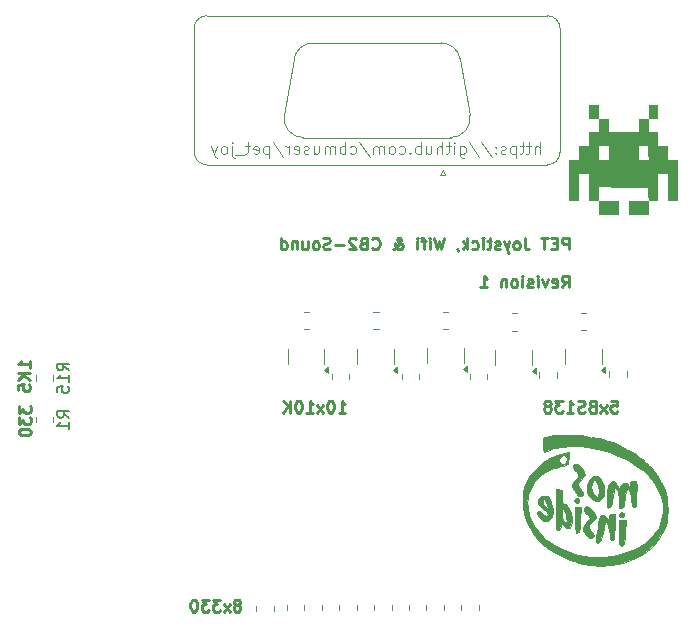
<source format=gbr>
%TF.GenerationSoftware,KiCad,Pcbnew,9.0.2-9.0.2-0~ubuntu24.10.1*%
%TF.CreationDate,2025-07-06T18:08:21+02:00*%
%TF.ProjectId,pet_joymate,7065745f-6a6f-4796-9d61-74652e6b6963,rev?*%
%TF.SameCoordinates,Original*%
%TF.FileFunction,Legend,Bot*%
%TF.FilePolarity,Positive*%
%FSLAX46Y46*%
G04 Gerber Fmt 4.6, Leading zero omitted, Abs format (unit mm)*
G04 Created by KiCad (PCBNEW 9.0.2-9.0.2-0~ubuntu24.10.1) date 2025-07-06 18:08:21*
%MOMM*%
%LPD*%
G01*
G04 APERTURE LIST*
%ADD10C,0.250000*%
%ADD11C,0.125000*%
%ADD12C,0.150000*%
%ADD13C,0.120000*%
%ADD14C,0.000000*%
%ADD15C,0.010000*%
G04 APERTURE END LIST*
D10*
X72014619Y-108282330D02*
X72014619Y-108901377D01*
X72014619Y-108901377D02*
X72395571Y-108568044D01*
X72395571Y-108568044D02*
X72395571Y-108710901D01*
X72395571Y-108710901D02*
X72443190Y-108806139D01*
X72443190Y-108806139D02*
X72490809Y-108853758D01*
X72490809Y-108853758D02*
X72586047Y-108901377D01*
X72586047Y-108901377D02*
X72824142Y-108901377D01*
X72824142Y-108901377D02*
X72919380Y-108853758D01*
X72919380Y-108853758D02*
X72967000Y-108806139D01*
X72967000Y-108806139D02*
X73014619Y-108710901D01*
X73014619Y-108710901D02*
X73014619Y-108425187D01*
X73014619Y-108425187D02*
X72967000Y-108329949D01*
X72967000Y-108329949D02*
X72919380Y-108282330D01*
X72014619Y-109234711D02*
X72014619Y-109853758D01*
X72014619Y-109853758D02*
X72395571Y-109520425D01*
X72395571Y-109520425D02*
X72395571Y-109663282D01*
X72395571Y-109663282D02*
X72443190Y-109758520D01*
X72443190Y-109758520D02*
X72490809Y-109806139D01*
X72490809Y-109806139D02*
X72586047Y-109853758D01*
X72586047Y-109853758D02*
X72824142Y-109853758D01*
X72824142Y-109853758D02*
X72919380Y-109806139D01*
X72919380Y-109806139D02*
X72967000Y-109758520D01*
X72967000Y-109758520D02*
X73014619Y-109663282D01*
X73014619Y-109663282D02*
X73014619Y-109377568D01*
X73014619Y-109377568D02*
X72967000Y-109282330D01*
X72967000Y-109282330D02*
X72919380Y-109234711D01*
X72014619Y-110472806D02*
X72014619Y-110568044D01*
X72014619Y-110568044D02*
X72062238Y-110663282D01*
X72062238Y-110663282D02*
X72109857Y-110710901D01*
X72109857Y-110710901D02*
X72205095Y-110758520D01*
X72205095Y-110758520D02*
X72395571Y-110806139D01*
X72395571Y-110806139D02*
X72633666Y-110806139D01*
X72633666Y-110806139D02*
X72824142Y-110758520D01*
X72824142Y-110758520D02*
X72919380Y-110710901D01*
X72919380Y-110710901D02*
X72967000Y-110663282D01*
X72967000Y-110663282D02*
X73014619Y-110568044D01*
X73014619Y-110568044D02*
X73014619Y-110472806D01*
X73014619Y-110472806D02*
X72967000Y-110377568D01*
X72967000Y-110377568D02*
X72919380Y-110329949D01*
X72919380Y-110329949D02*
X72824142Y-110282330D01*
X72824142Y-110282330D02*
X72633666Y-110234711D01*
X72633666Y-110234711D02*
X72395571Y-110234711D01*
X72395571Y-110234711D02*
X72205095Y-110282330D01*
X72205095Y-110282330D02*
X72109857Y-110329949D01*
X72109857Y-110329949D02*
X72062238Y-110377568D01*
X72062238Y-110377568D02*
X72014619Y-110472806D01*
D11*
X116129668Y-86971119D02*
X116129668Y-85971119D01*
X115701097Y-86971119D02*
X115701097Y-86447309D01*
X115701097Y-86447309D02*
X115748716Y-86352071D01*
X115748716Y-86352071D02*
X115843954Y-86304452D01*
X115843954Y-86304452D02*
X115986811Y-86304452D01*
X115986811Y-86304452D02*
X116082049Y-86352071D01*
X116082049Y-86352071D02*
X116129668Y-86399690D01*
X115367763Y-86304452D02*
X114986811Y-86304452D01*
X115224906Y-85971119D02*
X115224906Y-86828261D01*
X115224906Y-86828261D02*
X115177287Y-86923500D01*
X115177287Y-86923500D02*
X115082049Y-86971119D01*
X115082049Y-86971119D02*
X114986811Y-86971119D01*
X114796334Y-86304452D02*
X114415382Y-86304452D01*
X114653477Y-85971119D02*
X114653477Y-86828261D01*
X114653477Y-86828261D02*
X114605858Y-86923500D01*
X114605858Y-86923500D02*
X114510620Y-86971119D01*
X114510620Y-86971119D02*
X114415382Y-86971119D01*
X114082048Y-86304452D02*
X114082048Y-87304452D01*
X114082048Y-86352071D02*
X113986810Y-86304452D01*
X113986810Y-86304452D02*
X113796334Y-86304452D01*
X113796334Y-86304452D02*
X113701096Y-86352071D01*
X113701096Y-86352071D02*
X113653477Y-86399690D01*
X113653477Y-86399690D02*
X113605858Y-86494928D01*
X113605858Y-86494928D02*
X113605858Y-86780642D01*
X113605858Y-86780642D02*
X113653477Y-86875880D01*
X113653477Y-86875880D02*
X113701096Y-86923500D01*
X113701096Y-86923500D02*
X113796334Y-86971119D01*
X113796334Y-86971119D02*
X113986810Y-86971119D01*
X113986810Y-86971119D02*
X114082048Y-86923500D01*
X113224905Y-86923500D02*
X113129667Y-86971119D01*
X113129667Y-86971119D02*
X112939191Y-86971119D01*
X112939191Y-86971119D02*
X112843953Y-86923500D01*
X112843953Y-86923500D02*
X112796334Y-86828261D01*
X112796334Y-86828261D02*
X112796334Y-86780642D01*
X112796334Y-86780642D02*
X112843953Y-86685404D01*
X112843953Y-86685404D02*
X112939191Y-86637785D01*
X112939191Y-86637785D02*
X113082048Y-86637785D01*
X113082048Y-86637785D02*
X113177286Y-86590166D01*
X113177286Y-86590166D02*
X113224905Y-86494928D01*
X113224905Y-86494928D02*
X113224905Y-86447309D01*
X113224905Y-86447309D02*
X113177286Y-86352071D01*
X113177286Y-86352071D02*
X113082048Y-86304452D01*
X113082048Y-86304452D02*
X112939191Y-86304452D01*
X112939191Y-86304452D02*
X112843953Y-86352071D01*
X112367762Y-86875880D02*
X112320143Y-86923500D01*
X112320143Y-86923500D02*
X112367762Y-86971119D01*
X112367762Y-86971119D02*
X112415381Y-86923500D01*
X112415381Y-86923500D02*
X112367762Y-86875880D01*
X112367762Y-86875880D02*
X112367762Y-86971119D01*
X112367762Y-86352071D02*
X112320143Y-86399690D01*
X112320143Y-86399690D02*
X112367762Y-86447309D01*
X112367762Y-86447309D02*
X112415381Y-86399690D01*
X112415381Y-86399690D02*
X112367762Y-86352071D01*
X112367762Y-86352071D02*
X112367762Y-86447309D01*
X111177287Y-85923500D02*
X112034429Y-87209214D01*
X110129668Y-85923500D02*
X110986810Y-87209214D01*
X109367763Y-86304452D02*
X109367763Y-87113976D01*
X109367763Y-87113976D02*
X109415382Y-87209214D01*
X109415382Y-87209214D02*
X109463001Y-87256833D01*
X109463001Y-87256833D02*
X109558239Y-87304452D01*
X109558239Y-87304452D02*
X109701096Y-87304452D01*
X109701096Y-87304452D02*
X109796334Y-87256833D01*
X109367763Y-86923500D02*
X109463001Y-86971119D01*
X109463001Y-86971119D02*
X109653477Y-86971119D01*
X109653477Y-86971119D02*
X109748715Y-86923500D01*
X109748715Y-86923500D02*
X109796334Y-86875880D01*
X109796334Y-86875880D02*
X109843953Y-86780642D01*
X109843953Y-86780642D02*
X109843953Y-86494928D01*
X109843953Y-86494928D02*
X109796334Y-86399690D01*
X109796334Y-86399690D02*
X109748715Y-86352071D01*
X109748715Y-86352071D02*
X109653477Y-86304452D01*
X109653477Y-86304452D02*
X109463001Y-86304452D01*
X109463001Y-86304452D02*
X109367763Y-86352071D01*
X108891572Y-86971119D02*
X108891572Y-86304452D01*
X108891572Y-85971119D02*
X108939191Y-86018738D01*
X108939191Y-86018738D02*
X108891572Y-86066357D01*
X108891572Y-86066357D02*
X108843953Y-86018738D01*
X108843953Y-86018738D02*
X108891572Y-85971119D01*
X108891572Y-85971119D02*
X108891572Y-86066357D01*
X108558239Y-86304452D02*
X108177287Y-86304452D01*
X108415382Y-85971119D02*
X108415382Y-86828261D01*
X108415382Y-86828261D02*
X108367763Y-86923500D01*
X108367763Y-86923500D02*
X108272525Y-86971119D01*
X108272525Y-86971119D02*
X108177287Y-86971119D01*
X107843953Y-86971119D02*
X107843953Y-85971119D01*
X107415382Y-86971119D02*
X107415382Y-86447309D01*
X107415382Y-86447309D02*
X107463001Y-86352071D01*
X107463001Y-86352071D02*
X107558239Y-86304452D01*
X107558239Y-86304452D02*
X107701096Y-86304452D01*
X107701096Y-86304452D02*
X107796334Y-86352071D01*
X107796334Y-86352071D02*
X107843953Y-86399690D01*
X106510620Y-86304452D02*
X106510620Y-86971119D01*
X106939191Y-86304452D02*
X106939191Y-86828261D01*
X106939191Y-86828261D02*
X106891572Y-86923500D01*
X106891572Y-86923500D02*
X106796334Y-86971119D01*
X106796334Y-86971119D02*
X106653477Y-86971119D01*
X106653477Y-86971119D02*
X106558239Y-86923500D01*
X106558239Y-86923500D02*
X106510620Y-86875880D01*
X106034429Y-86971119D02*
X106034429Y-85971119D01*
X106034429Y-86352071D02*
X105939191Y-86304452D01*
X105939191Y-86304452D02*
X105748715Y-86304452D01*
X105748715Y-86304452D02*
X105653477Y-86352071D01*
X105653477Y-86352071D02*
X105605858Y-86399690D01*
X105605858Y-86399690D02*
X105558239Y-86494928D01*
X105558239Y-86494928D02*
X105558239Y-86780642D01*
X105558239Y-86780642D02*
X105605858Y-86875880D01*
X105605858Y-86875880D02*
X105653477Y-86923500D01*
X105653477Y-86923500D02*
X105748715Y-86971119D01*
X105748715Y-86971119D02*
X105939191Y-86971119D01*
X105939191Y-86971119D02*
X106034429Y-86923500D01*
X105129667Y-86875880D02*
X105082048Y-86923500D01*
X105082048Y-86923500D02*
X105129667Y-86971119D01*
X105129667Y-86971119D02*
X105177286Y-86923500D01*
X105177286Y-86923500D02*
X105129667Y-86875880D01*
X105129667Y-86875880D02*
X105129667Y-86971119D01*
X104224906Y-86923500D02*
X104320144Y-86971119D01*
X104320144Y-86971119D02*
X104510620Y-86971119D01*
X104510620Y-86971119D02*
X104605858Y-86923500D01*
X104605858Y-86923500D02*
X104653477Y-86875880D01*
X104653477Y-86875880D02*
X104701096Y-86780642D01*
X104701096Y-86780642D02*
X104701096Y-86494928D01*
X104701096Y-86494928D02*
X104653477Y-86399690D01*
X104653477Y-86399690D02*
X104605858Y-86352071D01*
X104605858Y-86352071D02*
X104510620Y-86304452D01*
X104510620Y-86304452D02*
X104320144Y-86304452D01*
X104320144Y-86304452D02*
X104224906Y-86352071D01*
X103653477Y-86971119D02*
X103748715Y-86923500D01*
X103748715Y-86923500D02*
X103796334Y-86875880D01*
X103796334Y-86875880D02*
X103843953Y-86780642D01*
X103843953Y-86780642D02*
X103843953Y-86494928D01*
X103843953Y-86494928D02*
X103796334Y-86399690D01*
X103796334Y-86399690D02*
X103748715Y-86352071D01*
X103748715Y-86352071D02*
X103653477Y-86304452D01*
X103653477Y-86304452D02*
X103510620Y-86304452D01*
X103510620Y-86304452D02*
X103415382Y-86352071D01*
X103415382Y-86352071D02*
X103367763Y-86399690D01*
X103367763Y-86399690D02*
X103320144Y-86494928D01*
X103320144Y-86494928D02*
X103320144Y-86780642D01*
X103320144Y-86780642D02*
X103367763Y-86875880D01*
X103367763Y-86875880D02*
X103415382Y-86923500D01*
X103415382Y-86923500D02*
X103510620Y-86971119D01*
X103510620Y-86971119D02*
X103653477Y-86971119D01*
X102891572Y-86971119D02*
X102891572Y-86304452D01*
X102891572Y-86399690D02*
X102843953Y-86352071D01*
X102843953Y-86352071D02*
X102748715Y-86304452D01*
X102748715Y-86304452D02*
X102605858Y-86304452D01*
X102605858Y-86304452D02*
X102510620Y-86352071D01*
X102510620Y-86352071D02*
X102463001Y-86447309D01*
X102463001Y-86447309D02*
X102463001Y-86971119D01*
X102463001Y-86447309D02*
X102415382Y-86352071D01*
X102415382Y-86352071D02*
X102320144Y-86304452D01*
X102320144Y-86304452D02*
X102177287Y-86304452D01*
X102177287Y-86304452D02*
X102082048Y-86352071D01*
X102082048Y-86352071D02*
X102034429Y-86447309D01*
X102034429Y-86447309D02*
X102034429Y-86971119D01*
X100843954Y-85923500D02*
X101701096Y-87209214D01*
X100082049Y-86923500D02*
X100177287Y-86971119D01*
X100177287Y-86971119D02*
X100367763Y-86971119D01*
X100367763Y-86971119D02*
X100463001Y-86923500D01*
X100463001Y-86923500D02*
X100510620Y-86875880D01*
X100510620Y-86875880D02*
X100558239Y-86780642D01*
X100558239Y-86780642D02*
X100558239Y-86494928D01*
X100558239Y-86494928D02*
X100510620Y-86399690D01*
X100510620Y-86399690D02*
X100463001Y-86352071D01*
X100463001Y-86352071D02*
X100367763Y-86304452D01*
X100367763Y-86304452D02*
X100177287Y-86304452D01*
X100177287Y-86304452D02*
X100082049Y-86352071D01*
X99653477Y-86971119D02*
X99653477Y-85971119D01*
X99653477Y-86352071D02*
X99558239Y-86304452D01*
X99558239Y-86304452D02*
X99367763Y-86304452D01*
X99367763Y-86304452D02*
X99272525Y-86352071D01*
X99272525Y-86352071D02*
X99224906Y-86399690D01*
X99224906Y-86399690D02*
X99177287Y-86494928D01*
X99177287Y-86494928D02*
X99177287Y-86780642D01*
X99177287Y-86780642D02*
X99224906Y-86875880D01*
X99224906Y-86875880D02*
X99272525Y-86923500D01*
X99272525Y-86923500D02*
X99367763Y-86971119D01*
X99367763Y-86971119D02*
X99558239Y-86971119D01*
X99558239Y-86971119D02*
X99653477Y-86923500D01*
X98748715Y-86971119D02*
X98748715Y-86304452D01*
X98748715Y-86399690D02*
X98701096Y-86352071D01*
X98701096Y-86352071D02*
X98605858Y-86304452D01*
X98605858Y-86304452D02*
X98463001Y-86304452D01*
X98463001Y-86304452D02*
X98367763Y-86352071D01*
X98367763Y-86352071D02*
X98320144Y-86447309D01*
X98320144Y-86447309D02*
X98320144Y-86971119D01*
X98320144Y-86447309D02*
X98272525Y-86352071D01*
X98272525Y-86352071D02*
X98177287Y-86304452D01*
X98177287Y-86304452D02*
X98034430Y-86304452D01*
X98034430Y-86304452D02*
X97939191Y-86352071D01*
X97939191Y-86352071D02*
X97891572Y-86447309D01*
X97891572Y-86447309D02*
X97891572Y-86971119D01*
X96986811Y-86304452D02*
X96986811Y-86971119D01*
X97415382Y-86304452D02*
X97415382Y-86828261D01*
X97415382Y-86828261D02*
X97367763Y-86923500D01*
X97367763Y-86923500D02*
X97272525Y-86971119D01*
X97272525Y-86971119D02*
X97129668Y-86971119D01*
X97129668Y-86971119D02*
X97034430Y-86923500D01*
X97034430Y-86923500D02*
X96986811Y-86875880D01*
X96558239Y-86923500D02*
X96463001Y-86971119D01*
X96463001Y-86971119D02*
X96272525Y-86971119D01*
X96272525Y-86971119D02*
X96177287Y-86923500D01*
X96177287Y-86923500D02*
X96129668Y-86828261D01*
X96129668Y-86828261D02*
X96129668Y-86780642D01*
X96129668Y-86780642D02*
X96177287Y-86685404D01*
X96177287Y-86685404D02*
X96272525Y-86637785D01*
X96272525Y-86637785D02*
X96415382Y-86637785D01*
X96415382Y-86637785D02*
X96510620Y-86590166D01*
X96510620Y-86590166D02*
X96558239Y-86494928D01*
X96558239Y-86494928D02*
X96558239Y-86447309D01*
X96558239Y-86447309D02*
X96510620Y-86352071D01*
X96510620Y-86352071D02*
X96415382Y-86304452D01*
X96415382Y-86304452D02*
X96272525Y-86304452D01*
X96272525Y-86304452D02*
X96177287Y-86352071D01*
X95320144Y-86923500D02*
X95415382Y-86971119D01*
X95415382Y-86971119D02*
X95605858Y-86971119D01*
X95605858Y-86971119D02*
X95701096Y-86923500D01*
X95701096Y-86923500D02*
X95748715Y-86828261D01*
X95748715Y-86828261D02*
X95748715Y-86447309D01*
X95748715Y-86447309D02*
X95701096Y-86352071D01*
X95701096Y-86352071D02*
X95605858Y-86304452D01*
X95605858Y-86304452D02*
X95415382Y-86304452D01*
X95415382Y-86304452D02*
X95320144Y-86352071D01*
X95320144Y-86352071D02*
X95272525Y-86447309D01*
X95272525Y-86447309D02*
X95272525Y-86542547D01*
X95272525Y-86542547D02*
X95748715Y-86637785D01*
X94843953Y-86971119D02*
X94843953Y-86304452D01*
X94843953Y-86494928D02*
X94796334Y-86399690D01*
X94796334Y-86399690D02*
X94748715Y-86352071D01*
X94748715Y-86352071D02*
X94653477Y-86304452D01*
X94653477Y-86304452D02*
X94558239Y-86304452D01*
X93510620Y-85923500D02*
X94367762Y-87209214D01*
X93177286Y-86304452D02*
X93177286Y-87304452D01*
X93177286Y-86352071D02*
X93082048Y-86304452D01*
X93082048Y-86304452D02*
X92891572Y-86304452D01*
X92891572Y-86304452D02*
X92796334Y-86352071D01*
X92796334Y-86352071D02*
X92748715Y-86399690D01*
X92748715Y-86399690D02*
X92701096Y-86494928D01*
X92701096Y-86494928D02*
X92701096Y-86780642D01*
X92701096Y-86780642D02*
X92748715Y-86875880D01*
X92748715Y-86875880D02*
X92796334Y-86923500D01*
X92796334Y-86923500D02*
X92891572Y-86971119D01*
X92891572Y-86971119D02*
X93082048Y-86971119D01*
X93082048Y-86971119D02*
X93177286Y-86923500D01*
X91891572Y-86923500D02*
X91986810Y-86971119D01*
X91986810Y-86971119D02*
X92177286Y-86971119D01*
X92177286Y-86971119D02*
X92272524Y-86923500D01*
X92272524Y-86923500D02*
X92320143Y-86828261D01*
X92320143Y-86828261D02*
X92320143Y-86447309D01*
X92320143Y-86447309D02*
X92272524Y-86352071D01*
X92272524Y-86352071D02*
X92177286Y-86304452D01*
X92177286Y-86304452D02*
X91986810Y-86304452D01*
X91986810Y-86304452D02*
X91891572Y-86352071D01*
X91891572Y-86352071D02*
X91843953Y-86447309D01*
X91843953Y-86447309D02*
X91843953Y-86542547D01*
X91843953Y-86542547D02*
X92320143Y-86637785D01*
X91558238Y-86304452D02*
X91177286Y-86304452D01*
X91415381Y-85971119D02*
X91415381Y-86828261D01*
X91415381Y-86828261D02*
X91367762Y-86923500D01*
X91367762Y-86923500D02*
X91272524Y-86971119D01*
X91272524Y-86971119D02*
X91177286Y-86971119D01*
X91082048Y-87066357D02*
X90320143Y-87066357D01*
X90082047Y-86304452D02*
X90082047Y-87161595D01*
X90082047Y-87161595D02*
X90129666Y-87256833D01*
X90129666Y-87256833D02*
X90224904Y-87304452D01*
X90224904Y-87304452D02*
X90272523Y-87304452D01*
X90082047Y-85971119D02*
X90129666Y-86018738D01*
X90129666Y-86018738D02*
X90082047Y-86066357D01*
X90082047Y-86066357D02*
X90034428Y-86018738D01*
X90034428Y-86018738D02*
X90082047Y-85971119D01*
X90082047Y-85971119D02*
X90082047Y-86066357D01*
X89463000Y-86971119D02*
X89558238Y-86923500D01*
X89558238Y-86923500D02*
X89605857Y-86875880D01*
X89605857Y-86875880D02*
X89653476Y-86780642D01*
X89653476Y-86780642D02*
X89653476Y-86494928D01*
X89653476Y-86494928D02*
X89605857Y-86399690D01*
X89605857Y-86399690D02*
X89558238Y-86352071D01*
X89558238Y-86352071D02*
X89463000Y-86304452D01*
X89463000Y-86304452D02*
X89320143Y-86304452D01*
X89320143Y-86304452D02*
X89224905Y-86352071D01*
X89224905Y-86352071D02*
X89177286Y-86399690D01*
X89177286Y-86399690D02*
X89129667Y-86494928D01*
X89129667Y-86494928D02*
X89129667Y-86780642D01*
X89129667Y-86780642D02*
X89177286Y-86875880D01*
X89177286Y-86875880D02*
X89224905Y-86923500D01*
X89224905Y-86923500D02*
X89320143Y-86971119D01*
X89320143Y-86971119D02*
X89463000Y-86971119D01*
X88796333Y-86304452D02*
X88558238Y-86971119D01*
X88320143Y-86304452D02*
X88558238Y-86971119D01*
X88558238Y-86971119D02*
X88653476Y-87209214D01*
X88653476Y-87209214D02*
X88701095Y-87256833D01*
X88701095Y-87256833D02*
X88796333Y-87304452D01*
D10*
X118547431Y-95044731D02*
X118547431Y-94044731D01*
X118547431Y-94044731D02*
X118166479Y-94044731D01*
X118166479Y-94044731D02*
X118071241Y-94092350D01*
X118071241Y-94092350D02*
X118023622Y-94139969D01*
X118023622Y-94139969D02*
X117976003Y-94235207D01*
X117976003Y-94235207D02*
X117976003Y-94378064D01*
X117976003Y-94378064D02*
X118023622Y-94473302D01*
X118023622Y-94473302D02*
X118071241Y-94520921D01*
X118071241Y-94520921D02*
X118166479Y-94568540D01*
X118166479Y-94568540D02*
X118547431Y-94568540D01*
X117547431Y-94520921D02*
X117214098Y-94520921D01*
X117071241Y-95044731D02*
X117547431Y-95044731D01*
X117547431Y-95044731D02*
X117547431Y-94044731D01*
X117547431Y-94044731D02*
X117071241Y-94044731D01*
X116785526Y-94044731D02*
X116214098Y-94044731D01*
X116499812Y-95044731D02*
X116499812Y-94044731D01*
X114833145Y-94044731D02*
X114833145Y-94759016D01*
X114833145Y-94759016D02*
X114880764Y-94901873D01*
X114880764Y-94901873D02*
X114976002Y-94997112D01*
X114976002Y-94997112D02*
X115118859Y-95044731D01*
X115118859Y-95044731D02*
X115214097Y-95044731D01*
X114214097Y-95044731D02*
X114309335Y-94997112D01*
X114309335Y-94997112D02*
X114356954Y-94949492D01*
X114356954Y-94949492D02*
X114404573Y-94854254D01*
X114404573Y-94854254D02*
X114404573Y-94568540D01*
X114404573Y-94568540D02*
X114356954Y-94473302D01*
X114356954Y-94473302D02*
X114309335Y-94425683D01*
X114309335Y-94425683D02*
X114214097Y-94378064D01*
X114214097Y-94378064D02*
X114071240Y-94378064D01*
X114071240Y-94378064D02*
X113976002Y-94425683D01*
X113976002Y-94425683D02*
X113928383Y-94473302D01*
X113928383Y-94473302D02*
X113880764Y-94568540D01*
X113880764Y-94568540D02*
X113880764Y-94854254D01*
X113880764Y-94854254D02*
X113928383Y-94949492D01*
X113928383Y-94949492D02*
X113976002Y-94997112D01*
X113976002Y-94997112D02*
X114071240Y-95044731D01*
X114071240Y-95044731D02*
X114214097Y-95044731D01*
X113547430Y-94378064D02*
X113309335Y-95044731D01*
X113071240Y-94378064D02*
X113309335Y-95044731D01*
X113309335Y-95044731D02*
X113404573Y-95282826D01*
X113404573Y-95282826D02*
X113452192Y-95330445D01*
X113452192Y-95330445D02*
X113547430Y-95378064D01*
X112737906Y-94997112D02*
X112642668Y-95044731D01*
X112642668Y-95044731D02*
X112452192Y-95044731D01*
X112452192Y-95044731D02*
X112356954Y-94997112D01*
X112356954Y-94997112D02*
X112309335Y-94901873D01*
X112309335Y-94901873D02*
X112309335Y-94854254D01*
X112309335Y-94854254D02*
X112356954Y-94759016D01*
X112356954Y-94759016D02*
X112452192Y-94711397D01*
X112452192Y-94711397D02*
X112595049Y-94711397D01*
X112595049Y-94711397D02*
X112690287Y-94663778D01*
X112690287Y-94663778D02*
X112737906Y-94568540D01*
X112737906Y-94568540D02*
X112737906Y-94520921D01*
X112737906Y-94520921D02*
X112690287Y-94425683D01*
X112690287Y-94425683D02*
X112595049Y-94378064D01*
X112595049Y-94378064D02*
X112452192Y-94378064D01*
X112452192Y-94378064D02*
X112356954Y-94425683D01*
X112023620Y-94378064D02*
X111642668Y-94378064D01*
X111880763Y-94044731D02*
X111880763Y-94901873D01*
X111880763Y-94901873D02*
X111833144Y-94997112D01*
X111833144Y-94997112D02*
X111737906Y-95044731D01*
X111737906Y-95044731D02*
X111642668Y-95044731D01*
X111309334Y-95044731D02*
X111309334Y-94378064D01*
X111309334Y-94044731D02*
X111356953Y-94092350D01*
X111356953Y-94092350D02*
X111309334Y-94139969D01*
X111309334Y-94139969D02*
X111261715Y-94092350D01*
X111261715Y-94092350D02*
X111309334Y-94044731D01*
X111309334Y-94044731D02*
X111309334Y-94139969D01*
X110404573Y-94997112D02*
X110499811Y-95044731D01*
X110499811Y-95044731D02*
X110690287Y-95044731D01*
X110690287Y-95044731D02*
X110785525Y-94997112D01*
X110785525Y-94997112D02*
X110833144Y-94949492D01*
X110833144Y-94949492D02*
X110880763Y-94854254D01*
X110880763Y-94854254D02*
X110880763Y-94568540D01*
X110880763Y-94568540D02*
X110833144Y-94473302D01*
X110833144Y-94473302D02*
X110785525Y-94425683D01*
X110785525Y-94425683D02*
X110690287Y-94378064D01*
X110690287Y-94378064D02*
X110499811Y-94378064D01*
X110499811Y-94378064D02*
X110404573Y-94425683D01*
X109976001Y-95044731D02*
X109976001Y-94044731D01*
X109880763Y-94663778D02*
X109595049Y-95044731D01*
X109595049Y-94378064D02*
X109976001Y-94759016D01*
X109118858Y-94997112D02*
X109118858Y-95044731D01*
X109118858Y-95044731D02*
X109166477Y-95139969D01*
X109166477Y-95139969D02*
X109214096Y-95187588D01*
X108023620Y-94044731D02*
X107785525Y-95044731D01*
X107785525Y-95044731D02*
X107595049Y-94330445D01*
X107595049Y-94330445D02*
X107404573Y-95044731D01*
X107404573Y-95044731D02*
X107166478Y-94044731D01*
X106785525Y-95044731D02*
X106785525Y-94378064D01*
X106785525Y-94044731D02*
X106833144Y-94092350D01*
X106833144Y-94092350D02*
X106785525Y-94139969D01*
X106785525Y-94139969D02*
X106737906Y-94092350D01*
X106737906Y-94092350D02*
X106785525Y-94044731D01*
X106785525Y-94044731D02*
X106785525Y-94139969D01*
X106452192Y-94378064D02*
X106071240Y-94378064D01*
X106309335Y-95044731D02*
X106309335Y-94187588D01*
X106309335Y-94187588D02*
X106261716Y-94092350D01*
X106261716Y-94092350D02*
X106166478Y-94044731D01*
X106166478Y-94044731D02*
X106071240Y-94044731D01*
X105737906Y-95044731D02*
X105737906Y-94378064D01*
X105737906Y-94044731D02*
X105785525Y-94092350D01*
X105785525Y-94092350D02*
X105737906Y-94139969D01*
X105737906Y-94139969D02*
X105690287Y-94092350D01*
X105690287Y-94092350D02*
X105737906Y-94044731D01*
X105737906Y-94044731D02*
X105737906Y-94139969D01*
X103690287Y-95044731D02*
X103737907Y-95044731D01*
X103737907Y-95044731D02*
X103833145Y-94997112D01*
X103833145Y-94997112D02*
X103976002Y-94854254D01*
X103976002Y-94854254D02*
X104214097Y-94568540D01*
X104214097Y-94568540D02*
X104309335Y-94425683D01*
X104309335Y-94425683D02*
X104356954Y-94282826D01*
X104356954Y-94282826D02*
X104356954Y-94187588D01*
X104356954Y-94187588D02*
X104309335Y-94092350D01*
X104309335Y-94092350D02*
X104214097Y-94044731D01*
X104214097Y-94044731D02*
X104166478Y-94044731D01*
X104166478Y-94044731D02*
X104071240Y-94092350D01*
X104071240Y-94092350D02*
X104023621Y-94187588D01*
X104023621Y-94187588D02*
X104023621Y-94235207D01*
X104023621Y-94235207D02*
X104071240Y-94330445D01*
X104071240Y-94330445D02*
X104118859Y-94378064D01*
X104118859Y-94378064D02*
X104404573Y-94568540D01*
X104404573Y-94568540D02*
X104452192Y-94616159D01*
X104452192Y-94616159D02*
X104499811Y-94711397D01*
X104499811Y-94711397D02*
X104499811Y-94854254D01*
X104499811Y-94854254D02*
X104452192Y-94949492D01*
X104452192Y-94949492D02*
X104404573Y-94997112D01*
X104404573Y-94997112D02*
X104309335Y-95044731D01*
X104309335Y-95044731D02*
X104166478Y-95044731D01*
X104166478Y-95044731D02*
X104071240Y-94997112D01*
X104071240Y-94997112D02*
X104023621Y-94949492D01*
X104023621Y-94949492D02*
X103880764Y-94759016D01*
X103880764Y-94759016D02*
X103833145Y-94616159D01*
X103833145Y-94616159D02*
X103833145Y-94520921D01*
X101928383Y-94949492D02*
X101976002Y-94997112D01*
X101976002Y-94997112D02*
X102118859Y-95044731D01*
X102118859Y-95044731D02*
X102214097Y-95044731D01*
X102214097Y-95044731D02*
X102356954Y-94997112D01*
X102356954Y-94997112D02*
X102452192Y-94901873D01*
X102452192Y-94901873D02*
X102499811Y-94806635D01*
X102499811Y-94806635D02*
X102547430Y-94616159D01*
X102547430Y-94616159D02*
X102547430Y-94473302D01*
X102547430Y-94473302D02*
X102499811Y-94282826D01*
X102499811Y-94282826D02*
X102452192Y-94187588D01*
X102452192Y-94187588D02*
X102356954Y-94092350D01*
X102356954Y-94092350D02*
X102214097Y-94044731D01*
X102214097Y-94044731D02*
X102118859Y-94044731D01*
X102118859Y-94044731D02*
X101976002Y-94092350D01*
X101976002Y-94092350D02*
X101928383Y-94139969D01*
X101166478Y-94520921D02*
X101023621Y-94568540D01*
X101023621Y-94568540D02*
X100976002Y-94616159D01*
X100976002Y-94616159D02*
X100928383Y-94711397D01*
X100928383Y-94711397D02*
X100928383Y-94854254D01*
X100928383Y-94854254D02*
X100976002Y-94949492D01*
X100976002Y-94949492D02*
X101023621Y-94997112D01*
X101023621Y-94997112D02*
X101118859Y-95044731D01*
X101118859Y-95044731D02*
X101499811Y-95044731D01*
X101499811Y-95044731D02*
X101499811Y-94044731D01*
X101499811Y-94044731D02*
X101166478Y-94044731D01*
X101166478Y-94044731D02*
X101071240Y-94092350D01*
X101071240Y-94092350D02*
X101023621Y-94139969D01*
X101023621Y-94139969D02*
X100976002Y-94235207D01*
X100976002Y-94235207D02*
X100976002Y-94330445D01*
X100976002Y-94330445D02*
X101023621Y-94425683D01*
X101023621Y-94425683D02*
X101071240Y-94473302D01*
X101071240Y-94473302D02*
X101166478Y-94520921D01*
X101166478Y-94520921D02*
X101499811Y-94520921D01*
X100547430Y-94139969D02*
X100499811Y-94092350D01*
X100499811Y-94092350D02*
X100404573Y-94044731D01*
X100404573Y-94044731D02*
X100166478Y-94044731D01*
X100166478Y-94044731D02*
X100071240Y-94092350D01*
X100071240Y-94092350D02*
X100023621Y-94139969D01*
X100023621Y-94139969D02*
X99976002Y-94235207D01*
X99976002Y-94235207D02*
X99976002Y-94330445D01*
X99976002Y-94330445D02*
X100023621Y-94473302D01*
X100023621Y-94473302D02*
X100595049Y-95044731D01*
X100595049Y-95044731D02*
X99976002Y-95044731D01*
X99547430Y-94663778D02*
X98785526Y-94663778D01*
X98356954Y-94997112D02*
X98214097Y-95044731D01*
X98214097Y-95044731D02*
X97976002Y-95044731D01*
X97976002Y-95044731D02*
X97880764Y-94997112D01*
X97880764Y-94997112D02*
X97833145Y-94949492D01*
X97833145Y-94949492D02*
X97785526Y-94854254D01*
X97785526Y-94854254D02*
X97785526Y-94759016D01*
X97785526Y-94759016D02*
X97833145Y-94663778D01*
X97833145Y-94663778D02*
X97880764Y-94616159D01*
X97880764Y-94616159D02*
X97976002Y-94568540D01*
X97976002Y-94568540D02*
X98166478Y-94520921D01*
X98166478Y-94520921D02*
X98261716Y-94473302D01*
X98261716Y-94473302D02*
X98309335Y-94425683D01*
X98309335Y-94425683D02*
X98356954Y-94330445D01*
X98356954Y-94330445D02*
X98356954Y-94235207D01*
X98356954Y-94235207D02*
X98309335Y-94139969D01*
X98309335Y-94139969D02*
X98261716Y-94092350D01*
X98261716Y-94092350D02*
X98166478Y-94044731D01*
X98166478Y-94044731D02*
X97928383Y-94044731D01*
X97928383Y-94044731D02*
X97785526Y-94092350D01*
X97214097Y-95044731D02*
X97309335Y-94997112D01*
X97309335Y-94997112D02*
X97356954Y-94949492D01*
X97356954Y-94949492D02*
X97404573Y-94854254D01*
X97404573Y-94854254D02*
X97404573Y-94568540D01*
X97404573Y-94568540D02*
X97356954Y-94473302D01*
X97356954Y-94473302D02*
X97309335Y-94425683D01*
X97309335Y-94425683D02*
X97214097Y-94378064D01*
X97214097Y-94378064D02*
X97071240Y-94378064D01*
X97071240Y-94378064D02*
X96976002Y-94425683D01*
X96976002Y-94425683D02*
X96928383Y-94473302D01*
X96928383Y-94473302D02*
X96880764Y-94568540D01*
X96880764Y-94568540D02*
X96880764Y-94854254D01*
X96880764Y-94854254D02*
X96928383Y-94949492D01*
X96928383Y-94949492D02*
X96976002Y-94997112D01*
X96976002Y-94997112D02*
X97071240Y-95044731D01*
X97071240Y-95044731D02*
X97214097Y-95044731D01*
X96023621Y-94378064D02*
X96023621Y-95044731D01*
X96452192Y-94378064D02*
X96452192Y-94901873D01*
X96452192Y-94901873D02*
X96404573Y-94997112D01*
X96404573Y-94997112D02*
X96309335Y-95044731D01*
X96309335Y-95044731D02*
X96166478Y-95044731D01*
X96166478Y-95044731D02*
X96071240Y-94997112D01*
X96071240Y-94997112D02*
X96023621Y-94949492D01*
X95547430Y-94378064D02*
X95547430Y-95044731D01*
X95547430Y-94473302D02*
X95499811Y-94425683D01*
X95499811Y-94425683D02*
X95404573Y-94378064D01*
X95404573Y-94378064D02*
X95261716Y-94378064D01*
X95261716Y-94378064D02*
X95166478Y-94425683D01*
X95166478Y-94425683D02*
X95118859Y-94520921D01*
X95118859Y-94520921D02*
X95118859Y-95044731D01*
X94214097Y-95044731D02*
X94214097Y-94044731D01*
X94214097Y-94997112D02*
X94309335Y-95044731D01*
X94309335Y-95044731D02*
X94499811Y-95044731D01*
X94499811Y-95044731D02*
X94595049Y-94997112D01*
X94595049Y-94997112D02*
X94642668Y-94949492D01*
X94642668Y-94949492D02*
X94690287Y-94854254D01*
X94690287Y-94854254D02*
X94690287Y-94568540D01*
X94690287Y-94568540D02*
X94642668Y-94473302D01*
X94642668Y-94473302D02*
X94595049Y-94425683D01*
X94595049Y-94425683D02*
X94499811Y-94378064D01*
X94499811Y-94378064D02*
X94309335Y-94378064D01*
X94309335Y-94378064D02*
X94214097Y-94425683D01*
X117976003Y-98264619D02*
X118309336Y-97788428D01*
X118547431Y-98264619D02*
X118547431Y-97264619D01*
X118547431Y-97264619D02*
X118166479Y-97264619D01*
X118166479Y-97264619D02*
X118071241Y-97312238D01*
X118071241Y-97312238D02*
X118023622Y-97359857D01*
X118023622Y-97359857D02*
X117976003Y-97455095D01*
X117976003Y-97455095D02*
X117976003Y-97597952D01*
X117976003Y-97597952D02*
X118023622Y-97693190D01*
X118023622Y-97693190D02*
X118071241Y-97740809D01*
X118071241Y-97740809D02*
X118166479Y-97788428D01*
X118166479Y-97788428D02*
X118547431Y-97788428D01*
X117166479Y-98217000D02*
X117261717Y-98264619D01*
X117261717Y-98264619D02*
X117452193Y-98264619D01*
X117452193Y-98264619D02*
X117547431Y-98217000D01*
X117547431Y-98217000D02*
X117595050Y-98121761D01*
X117595050Y-98121761D02*
X117595050Y-97740809D01*
X117595050Y-97740809D02*
X117547431Y-97645571D01*
X117547431Y-97645571D02*
X117452193Y-97597952D01*
X117452193Y-97597952D02*
X117261717Y-97597952D01*
X117261717Y-97597952D02*
X117166479Y-97645571D01*
X117166479Y-97645571D02*
X117118860Y-97740809D01*
X117118860Y-97740809D02*
X117118860Y-97836047D01*
X117118860Y-97836047D02*
X117595050Y-97931285D01*
X116785526Y-97597952D02*
X116547431Y-98264619D01*
X116547431Y-98264619D02*
X116309336Y-97597952D01*
X115928383Y-98264619D02*
X115928383Y-97597952D01*
X115928383Y-97264619D02*
X115976002Y-97312238D01*
X115976002Y-97312238D02*
X115928383Y-97359857D01*
X115928383Y-97359857D02*
X115880764Y-97312238D01*
X115880764Y-97312238D02*
X115928383Y-97264619D01*
X115928383Y-97264619D02*
X115928383Y-97359857D01*
X115499812Y-98217000D02*
X115404574Y-98264619D01*
X115404574Y-98264619D02*
X115214098Y-98264619D01*
X115214098Y-98264619D02*
X115118860Y-98217000D01*
X115118860Y-98217000D02*
X115071241Y-98121761D01*
X115071241Y-98121761D02*
X115071241Y-98074142D01*
X115071241Y-98074142D02*
X115118860Y-97978904D01*
X115118860Y-97978904D02*
X115214098Y-97931285D01*
X115214098Y-97931285D02*
X115356955Y-97931285D01*
X115356955Y-97931285D02*
X115452193Y-97883666D01*
X115452193Y-97883666D02*
X115499812Y-97788428D01*
X115499812Y-97788428D02*
X115499812Y-97740809D01*
X115499812Y-97740809D02*
X115452193Y-97645571D01*
X115452193Y-97645571D02*
X115356955Y-97597952D01*
X115356955Y-97597952D02*
X115214098Y-97597952D01*
X115214098Y-97597952D02*
X115118860Y-97645571D01*
X114642669Y-98264619D02*
X114642669Y-97597952D01*
X114642669Y-97264619D02*
X114690288Y-97312238D01*
X114690288Y-97312238D02*
X114642669Y-97359857D01*
X114642669Y-97359857D02*
X114595050Y-97312238D01*
X114595050Y-97312238D02*
X114642669Y-97264619D01*
X114642669Y-97264619D02*
X114642669Y-97359857D01*
X114023622Y-98264619D02*
X114118860Y-98217000D01*
X114118860Y-98217000D02*
X114166479Y-98169380D01*
X114166479Y-98169380D02*
X114214098Y-98074142D01*
X114214098Y-98074142D02*
X114214098Y-97788428D01*
X114214098Y-97788428D02*
X114166479Y-97693190D01*
X114166479Y-97693190D02*
X114118860Y-97645571D01*
X114118860Y-97645571D02*
X114023622Y-97597952D01*
X114023622Y-97597952D02*
X113880765Y-97597952D01*
X113880765Y-97597952D02*
X113785527Y-97645571D01*
X113785527Y-97645571D02*
X113737908Y-97693190D01*
X113737908Y-97693190D02*
X113690289Y-97788428D01*
X113690289Y-97788428D02*
X113690289Y-98074142D01*
X113690289Y-98074142D02*
X113737908Y-98169380D01*
X113737908Y-98169380D02*
X113785527Y-98217000D01*
X113785527Y-98217000D02*
X113880765Y-98264619D01*
X113880765Y-98264619D02*
X114023622Y-98264619D01*
X113261717Y-97597952D02*
X113261717Y-98264619D01*
X113261717Y-97693190D02*
X113214098Y-97645571D01*
X113214098Y-97645571D02*
X113118860Y-97597952D01*
X113118860Y-97597952D02*
X112976003Y-97597952D01*
X112976003Y-97597952D02*
X112880765Y-97645571D01*
X112880765Y-97645571D02*
X112833146Y-97740809D01*
X112833146Y-97740809D02*
X112833146Y-98264619D01*
X111071241Y-98264619D02*
X111642669Y-98264619D01*
X111356955Y-98264619D02*
X111356955Y-97264619D01*
X111356955Y-97264619D02*
X111452193Y-97407476D01*
X111452193Y-97407476D02*
X111547431Y-97502714D01*
X111547431Y-97502714D02*
X111642669Y-97550333D01*
X72939619Y-105076377D02*
X72939619Y-104504949D01*
X72939619Y-104790663D02*
X71939619Y-104790663D01*
X71939619Y-104790663D02*
X72082476Y-104695425D01*
X72082476Y-104695425D02*
X72177714Y-104600187D01*
X72177714Y-104600187D02*
X72225333Y-104504949D01*
X72939619Y-105504949D02*
X71939619Y-105504949D01*
X72939619Y-106076377D02*
X72368190Y-105647806D01*
X71939619Y-106076377D02*
X72511047Y-105504949D01*
X71939619Y-106981139D02*
X71939619Y-106504949D01*
X71939619Y-106504949D02*
X72415809Y-106457330D01*
X72415809Y-106457330D02*
X72368190Y-106504949D01*
X72368190Y-106504949D02*
X72320571Y-106600187D01*
X72320571Y-106600187D02*
X72320571Y-106838282D01*
X72320571Y-106838282D02*
X72368190Y-106933520D01*
X72368190Y-106933520D02*
X72415809Y-106981139D01*
X72415809Y-106981139D02*
X72511047Y-107028758D01*
X72511047Y-107028758D02*
X72749142Y-107028758D01*
X72749142Y-107028758D02*
X72844380Y-106981139D01*
X72844380Y-106981139D02*
X72892000Y-106933520D01*
X72892000Y-106933520D02*
X72939619Y-106838282D01*
X72939619Y-106838282D02*
X72939619Y-106600187D01*
X72939619Y-106600187D02*
X72892000Y-106504949D01*
X72892000Y-106504949D02*
X72844380Y-106457330D01*
X122146241Y-107864619D02*
X122622431Y-107864619D01*
X122622431Y-107864619D02*
X122670050Y-108340809D01*
X122670050Y-108340809D02*
X122622431Y-108293190D01*
X122622431Y-108293190D02*
X122527193Y-108245571D01*
X122527193Y-108245571D02*
X122289098Y-108245571D01*
X122289098Y-108245571D02*
X122193860Y-108293190D01*
X122193860Y-108293190D02*
X122146241Y-108340809D01*
X122146241Y-108340809D02*
X122098622Y-108436047D01*
X122098622Y-108436047D02*
X122098622Y-108674142D01*
X122098622Y-108674142D02*
X122146241Y-108769380D01*
X122146241Y-108769380D02*
X122193860Y-108817000D01*
X122193860Y-108817000D02*
X122289098Y-108864619D01*
X122289098Y-108864619D02*
X122527193Y-108864619D01*
X122527193Y-108864619D02*
X122622431Y-108817000D01*
X122622431Y-108817000D02*
X122670050Y-108769380D01*
X121765288Y-108864619D02*
X121241479Y-108197952D01*
X121765288Y-108197952D02*
X121241479Y-108864619D01*
X120527193Y-108340809D02*
X120384336Y-108388428D01*
X120384336Y-108388428D02*
X120336717Y-108436047D01*
X120336717Y-108436047D02*
X120289098Y-108531285D01*
X120289098Y-108531285D02*
X120289098Y-108674142D01*
X120289098Y-108674142D02*
X120336717Y-108769380D01*
X120336717Y-108769380D02*
X120384336Y-108817000D01*
X120384336Y-108817000D02*
X120479574Y-108864619D01*
X120479574Y-108864619D02*
X120860526Y-108864619D01*
X120860526Y-108864619D02*
X120860526Y-107864619D01*
X120860526Y-107864619D02*
X120527193Y-107864619D01*
X120527193Y-107864619D02*
X120431955Y-107912238D01*
X120431955Y-107912238D02*
X120384336Y-107959857D01*
X120384336Y-107959857D02*
X120336717Y-108055095D01*
X120336717Y-108055095D02*
X120336717Y-108150333D01*
X120336717Y-108150333D02*
X120384336Y-108245571D01*
X120384336Y-108245571D02*
X120431955Y-108293190D01*
X120431955Y-108293190D02*
X120527193Y-108340809D01*
X120527193Y-108340809D02*
X120860526Y-108340809D01*
X119908145Y-108817000D02*
X119765288Y-108864619D01*
X119765288Y-108864619D02*
X119527193Y-108864619D01*
X119527193Y-108864619D02*
X119431955Y-108817000D01*
X119431955Y-108817000D02*
X119384336Y-108769380D01*
X119384336Y-108769380D02*
X119336717Y-108674142D01*
X119336717Y-108674142D02*
X119336717Y-108578904D01*
X119336717Y-108578904D02*
X119384336Y-108483666D01*
X119384336Y-108483666D02*
X119431955Y-108436047D01*
X119431955Y-108436047D02*
X119527193Y-108388428D01*
X119527193Y-108388428D02*
X119717669Y-108340809D01*
X119717669Y-108340809D02*
X119812907Y-108293190D01*
X119812907Y-108293190D02*
X119860526Y-108245571D01*
X119860526Y-108245571D02*
X119908145Y-108150333D01*
X119908145Y-108150333D02*
X119908145Y-108055095D01*
X119908145Y-108055095D02*
X119860526Y-107959857D01*
X119860526Y-107959857D02*
X119812907Y-107912238D01*
X119812907Y-107912238D02*
X119717669Y-107864619D01*
X119717669Y-107864619D02*
X119479574Y-107864619D01*
X119479574Y-107864619D02*
X119336717Y-107912238D01*
X118384336Y-108864619D02*
X118955764Y-108864619D01*
X118670050Y-108864619D02*
X118670050Y-107864619D01*
X118670050Y-107864619D02*
X118765288Y-108007476D01*
X118765288Y-108007476D02*
X118860526Y-108102714D01*
X118860526Y-108102714D02*
X118955764Y-108150333D01*
X118051002Y-107864619D02*
X117431955Y-107864619D01*
X117431955Y-107864619D02*
X117765288Y-108245571D01*
X117765288Y-108245571D02*
X117622431Y-108245571D01*
X117622431Y-108245571D02*
X117527193Y-108293190D01*
X117527193Y-108293190D02*
X117479574Y-108340809D01*
X117479574Y-108340809D02*
X117431955Y-108436047D01*
X117431955Y-108436047D02*
X117431955Y-108674142D01*
X117431955Y-108674142D02*
X117479574Y-108769380D01*
X117479574Y-108769380D02*
X117527193Y-108817000D01*
X117527193Y-108817000D02*
X117622431Y-108864619D01*
X117622431Y-108864619D02*
X117908145Y-108864619D01*
X117908145Y-108864619D02*
X118003383Y-108817000D01*
X118003383Y-108817000D02*
X118051002Y-108769380D01*
X116860526Y-108293190D02*
X116955764Y-108245571D01*
X116955764Y-108245571D02*
X117003383Y-108197952D01*
X117003383Y-108197952D02*
X117051002Y-108102714D01*
X117051002Y-108102714D02*
X117051002Y-108055095D01*
X117051002Y-108055095D02*
X117003383Y-107959857D01*
X117003383Y-107959857D02*
X116955764Y-107912238D01*
X116955764Y-107912238D02*
X116860526Y-107864619D01*
X116860526Y-107864619D02*
X116670050Y-107864619D01*
X116670050Y-107864619D02*
X116574812Y-107912238D01*
X116574812Y-107912238D02*
X116527193Y-107959857D01*
X116527193Y-107959857D02*
X116479574Y-108055095D01*
X116479574Y-108055095D02*
X116479574Y-108102714D01*
X116479574Y-108102714D02*
X116527193Y-108197952D01*
X116527193Y-108197952D02*
X116574812Y-108245571D01*
X116574812Y-108245571D02*
X116670050Y-108293190D01*
X116670050Y-108293190D02*
X116860526Y-108293190D01*
X116860526Y-108293190D02*
X116955764Y-108340809D01*
X116955764Y-108340809D02*
X117003383Y-108388428D01*
X117003383Y-108388428D02*
X117051002Y-108483666D01*
X117051002Y-108483666D02*
X117051002Y-108674142D01*
X117051002Y-108674142D02*
X117003383Y-108769380D01*
X117003383Y-108769380D02*
X116955764Y-108817000D01*
X116955764Y-108817000D02*
X116860526Y-108864619D01*
X116860526Y-108864619D02*
X116670050Y-108864619D01*
X116670050Y-108864619D02*
X116574812Y-108817000D01*
X116574812Y-108817000D02*
X116527193Y-108769380D01*
X116527193Y-108769380D02*
X116479574Y-108674142D01*
X116479574Y-108674142D02*
X116479574Y-108483666D01*
X116479574Y-108483666D02*
X116527193Y-108388428D01*
X116527193Y-108388428D02*
X116574812Y-108340809D01*
X116574812Y-108340809D02*
X116670050Y-108293190D01*
X99073622Y-108864619D02*
X99645050Y-108864619D01*
X99359336Y-108864619D02*
X99359336Y-107864619D01*
X99359336Y-107864619D02*
X99454574Y-108007476D01*
X99454574Y-108007476D02*
X99549812Y-108102714D01*
X99549812Y-108102714D02*
X99645050Y-108150333D01*
X98454574Y-107864619D02*
X98359336Y-107864619D01*
X98359336Y-107864619D02*
X98264098Y-107912238D01*
X98264098Y-107912238D02*
X98216479Y-107959857D01*
X98216479Y-107959857D02*
X98168860Y-108055095D01*
X98168860Y-108055095D02*
X98121241Y-108245571D01*
X98121241Y-108245571D02*
X98121241Y-108483666D01*
X98121241Y-108483666D02*
X98168860Y-108674142D01*
X98168860Y-108674142D02*
X98216479Y-108769380D01*
X98216479Y-108769380D02*
X98264098Y-108817000D01*
X98264098Y-108817000D02*
X98359336Y-108864619D01*
X98359336Y-108864619D02*
X98454574Y-108864619D01*
X98454574Y-108864619D02*
X98549812Y-108817000D01*
X98549812Y-108817000D02*
X98597431Y-108769380D01*
X98597431Y-108769380D02*
X98645050Y-108674142D01*
X98645050Y-108674142D02*
X98692669Y-108483666D01*
X98692669Y-108483666D02*
X98692669Y-108245571D01*
X98692669Y-108245571D02*
X98645050Y-108055095D01*
X98645050Y-108055095D02*
X98597431Y-107959857D01*
X98597431Y-107959857D02*
X98549812Y-107912238D01*
X98549812Y-107912238D02*
X98454574Y-107864619D01*
X97787907Y-108864619D02*
X97264098Y-108197952D01*
X97787907Y-108197952D02*
X97264098Y-108864619D01*
X96359336Y-108864619D02*
X96930764Y-108864619D01*
X96645050Y-108864619D02*
X96645050Y-107864619D01*
X96645050Y-107864619D02*
X96740288Y-108007476D01*
X96740288Y-108007476D02*
X96835526Y-108102714D01*
X96835526Y-108102714D02*
X96930764Y-108150333D01*
X95740288Y-107864619D02*
X95645050Y-107864619D01*
X95645050Y-107864619D02*
X95549812Y-107912238D01*
X95549812Y-107912238D02*
X95502193Y-107959857D01*
X95502193Y-107959857D02*
X95454574Y-108055095D01*
X95454574Y-108055095D02*
X95406955Y-108245571D01*
X95406955Y-108245571D02*
X95406955Y-108483666D01*
X95406955Y-108483666D02*
X95454574Y-108674142D01*
X95454574Y-108674142D02*
X95502193Y-108769380D01*
X95502193Y-108769380D02*
X95549812Y-108817000D01*
X95549812Y-108817000D02*
X95645050Y-108864619D01*
X95645050Y-108864619D02*
X95740288Y-108864619D01*
X95740288Y-108864619D02*
X95835526Y-108817000D01*
X95835526Y-108817000D02*
X95883145Y-108769380D01*
X95883145Y-108769380D02*
X95930764Y-108674142D01*
X95930764Y-108674142D02*
X95978383Y-108483666D01*
X95978383Y-108483666D02*
X95978383Y-108245571D01*
X95978383Y-108245571D02*
X95930764Y-108055095D01*
X95930764Y-108055095D02*
X95883145Y-107959857D01*
X95883145Y-107959857D02*
X95835526Y-107912238D01*
X95835526Y-107912238D02*
X95740288Y-107864619D01*
X94978383Y-108864619D02*
X94978383Y-107864619D01*
X94406955Y-108864619D02*
X94835526Y-108293190D01*
X94406955Y-107864619D02*
X94978383Y-108436047D01*
X90579574Y-125143190D02*
X90674812Y-125095571D01*
X90674812Y-125095571D02*
X90722431Y-125047952D01*
X90722431Y-125047952D02*
X90770050Y-124952714D01*
X90770050Y-124952714D02*
X90770050Y-124905095D01*
X90770050Y-124905095D02*
X90722431Y-124809857D01*
X90722431Y-124809857D02*
X90674812Y-124762238D01*
X90674812Y-124762238D02*
X90579574Y-124714619D01*
X90579574Y-124714619D02*
X90389098Y-124714619D01*
X90389098Y-124714619D02*
X90293860Y-124762238D01*
X90293860Y-124762238D02*
X90246241Y-124809857D01*
X90246241Y-124809857D02*
X90198622Y-124905095D01*
X90198622Y-124905095D02*
X90198622Y-124952714D01*
X90198622Y-124952714D02*
X90246241Y-125047952D01*
X90246241Y-125047952D02*
X90293860Y-125095571D01*
X90293860Y-125095571D02*
X90389098Y-125143190D01*
X90389098Y-125143190D02*
X90579574Y-125143190D01*
X90579574Y-125143190D02*
X90674812Y-125190809D01*
X90674812Y-125190809D02*
X90722431Y-125238428D01*
X90722431Y-125238428D02*
X90770050Y-125333666D01*
X90770050Y-125333666D02*
X90770050Y-125524142D01*
X90770050Y-125524142D02*
X90722431Y-125619380D01*
X90722431Y-125619380D02*
X90674812Y-125667000D01*
X90674812Y-125667000D02*
X90579574Y-125714619D01*
X90579574Y-125714619D02*
X90389098Y-125714619D01*
X90389098Y-125714619D02*
X90293860Y-125667000D01*
X90293860Y-125667000D02*
X90246241Y-125619380D01*
X90246241Y-125619380D02*
X90198622Y-125524142D01*
X90198622Y-125524142D02*
X90198622Y-125333666D01*
X90198622Y-125333666D02*
X90246241Y-125238428D01*
X90246241Y-125238428D02*
X90293860Y-125190809D01*
X90293860Y-125190809D02*
X90389098Y-125143190D01*
X89865288Y-125714619D02*
X89341479Y-125047952D01*
X89865288Y-125047952D02*
X89341479Y-125714619D01*
X89055764Y-124714619D02*
X88436717Y-124714619D01*
X88436717Y-124714619D02*
X88770050Y-125095571D01*
X88770050Y-125095571D02*
X88627193Y-125095571D01*
X88627193Y-125095571D02*
X88531955Y-125143190D01*
X88531955Y-125143190D02*
X88484336Y-125190809D01*
X88484336Y-125190809D02*
X88436717Y-125286047D01*
X88436717Y-125286047D02*
X88436717Y-125524142D01*
X88436717Y-125524142D02*
X88484336Y-125619380D01*
X88484336Y-125619380D02*
X88531955Y-125667000D01*
X88531955Y-125667000D02*
X88627193Y-125714619D01*
X88627193Y-125714619D02*
X88912907Y-125714619D01*
X88912907Y-125714619D02*
X89008145Y-125667000D01*
X89008145Y-125667000D02*
X89055764Y-125619380D01*
X88103383Y-124714619D02*
X87484336Y-124714619D01*
X87484336Y-124714619D02*
X87817669Y-125095571D01*
X87817669Y-125095571D02*
X87674812Y-125095571D01*
X87674812Y-125095571D02*
X87579574Y-125143190D01*
X87579574Y-125143190D02*
X87531955Y-125190809D01*
X87531955Y-125190809D02*
X87484336Y-125286047D01*
X87484336Y-125286047D02*
X87484336Y-125524142D01*
X87484336Y-125524142D02*
X87531955Y-125619380D01*
X87531955Y-125619380D02*
X87579574Y-125667000D01*
X87579574Y-125667000D02*
X87674812Y-125714619D01*
X87674812Y-125714619D02*
X87960526Y-125714619D01*
X87960526Y-125714619D02*
X88055764Y-125667000D01*
X88055764Y-125667000D02*
X88103383Y-125619380D01*
X86865288Y-124714619D02*
X86770050Y-124714619D01*
X86770050Y-124714619D02*
X86674812Y-124762238D01*
X86674812Y-124762238D02*
X86627193Y-124809857D01*
X86627193Y-124809857D02*
X86579574Y-124905095D01*
X86579574Y-124905095D02*
X86531955Y-125095571D01*
X86531955Y-125095571D02*
X86531955Y-125333666D01*
X86531955Y-125333666D02*
X86579574Y-125524142D01*
X86579574Y-125524142D02*
X86627193Y-125619380D01*
X86627193Y-125619380D02*
X86674812Y-125667000D01*
X86674812Y-125667000D02*
X86770050Y-125714619D01*
X86770050Y-125714619D02*
X86865288Y-125714619D01*
X86865288Y-125714619D02*
X86960526Y-125667000D01*
X86960526Y-125667000D02*
X87008145Y-125619380D01*
X87008145Y-125619380D02*
X87055764Y-125524142D01*
X87055764Y-125524142D02*
X87103383Y-125333666D01*
X87103383Y-125333666D02*
X87103383Y-125095571D01*
X87103383Y-125095571D02*
X87055764Y-124905095D01*
X87055764Y-124905095D02*
X87008145Y-124809857D01*
X87008145Y-124809857D02*
X86960526Y-124762238D01*
X86960526Y-124762238D02*
X86865288Y-124714619D01*
D12*
X76279819Y-109295833D02*
X75803628Y-108962500D01*
X76279819Y-108724405D02*
X75279819Y-108724405D01*
X75279819Y-108724405D02*
X75279819Y-109105357D01*
X75279819Y-109105357D02*
X75327438Y-109200595D01*
X75327438Y-109200595D02*
X75375057Y-109248214D01*
X75375057Y-109248214D02*
X75470295Y-109295833D01*
X75470295Y-109295833D02*
X75613152Y-109295833D01*
X75613152Y-109295833D02*
X75708390Y-109248214D01*
X75708390Y-109248214D02*
X75756009Y-109200595D01*
X75756009Y-109200595D02*
X75803628Y-109105357D01*
X75803628Y-109105357D02*
X75803628Y-108724405D01*
X76279819Y-110248214D02*
X76279819Y-109676786D01*
X76279819Y-109962500D02*
X75279819Y-109962500D01*
X75279819Y-109962500D02*
X75422676Y-109867262D01*
X75422676Y-109867262D02*
X75517914Y-109772024D01*
X75517914Y-109772024D02*
X75565533Y-109676786D01*
X76259819Y-105294642D02*
X75783628Y-104961309D01*
X76259819Y-104723214D02*
X75259819Y-104723214D01*
X75259819Y-104723214D02*
X75259819Y-105104166D01*
X75259819Y-105104166D02*
X75307438Y-105199404D01*
X75307438Y-105199404D02*
X75355057Y-105247023D01*
X75355057Y-105247023D02*
X75450295Y-105294642D01*
X75450295Y-105294642D02*
X75593152Y-105294642D01*
X75593152Y-105294642D02*
X75688390Y-105247023D01*
X75688390Y-105247023D02*
X75736009Y-105199404D01*
X75736009Y-105199404D02*
X75783628Y-105104166D01*
X75783628Y-105104166D02*
X75783628Y-104723214D01*
X76259819Y-106247023D02*
X76259819Y-105675595D01*
X76259819Y-105961309D02*
X75259819Y-105961309D01*
X75259819Y-105961309D02*
X75402676Y-105866071D01*
X75402676Y-105866071D02*
X75497914Y-105770833D01*
X75497914Y-105770833D02*
X75545533Y-105675595D01*
X75259819Y-107151785D02*
X75259819Y-106675595D01*
X75259819Y-106675595D02*
X75736009Y-106627976D01*
X75736009Y-106627976D02*
X75688390Y-106675595D01*
X75688390Y-106675595D02*
X75640771Y-106770833D01*
X75640771Y-106770833D02*
X75640771Y-107008928D01*
X75640771Y-107008928D02*
X75688390Y-107104166D01*
X75688390Y-107104166D02*
X75736009Y-107151785D01*
X75736009Y-107151785D02*
X75831247Y-107199404D01*
X75831247Y-107199404D02*
X76069342Y-107199404D01*
X76069342Y-107199404D02*
X76164580Y-107151785D01*
X76164580Y-107151785D02*
X76212200Y-107104166D01*
X76212200Y-107104166D02*
X76259819Y-107008928D01*
X76259819Y-107008928D02*
X76259819Y-106770833D01*
X76259819Y-106770833D02*
X76212200Y-106675595D01*
X76212200Y-106675595D02*
X76164580Y-106627976D01*
D13*
%TO.C,Q7*%
X100635000Y-104117500D02*
X100635000Y-103467500D01*
X100635000Y-104117500D02*
X100635000Y-104767500D01*
X103755000Y-104117500D02*
X103755000Y-103467500D01*
X103755000Y-104117500D02*
X103755000Y-104767500D01*
X104035000Y-105520000D02*
X103705000Y-105280000D01*
X104035000Y-105040000D01*
X104035000Y-105520000D01*
G36*
X104035000Y-105520000D02*
G01*
X103705000Y-105280000D01*
X104035000Y-105040000D01*
X104035000Y-105520000D01*
G37*
%TO.C,R13*%
X96110436Y-100352500D02*
X96564564Y-100352500D01*
X96110436Y-101822500D02*
X96564564Y-101822500D01*
%TO.C,R9*%
X120064564Y-100402500D02*
X119610436Y-100402500D01*
X120064564Y-101872500D02*
X119610436Y-101872500D01*
%TO.C,R11*%
X108334564Y-100312500D02*
X107880436Y-100312500D01*
X108334564Y-101782500D02*
X107880436Y-101782500D01*
%TO.C,Q5*%
X94765000Y-104125000D02*
X94765000Y-103475000D01*
X94765000Y-104125000D02*
X94765000Y-104775000D01*
X97885000Y-104125000D02*
X97885000Y-103475000D01*
X97885000Y-104125000D02*
X97885000Y-104775000D01*
X98165000Y-105527500D02*
X97835000Y-105287500D01*
X98165000Y-105047500D01*
X98165000Y-105527500D01*
G36*
X98165000Y-105527500D02*
G01*
X97835000Y-105287500D01*
X98165000Y-105047500D01*
X98165000Y-105527500D01*
G37*
%TO.C,R14*%
X98520000Y-106052064D02*
X98520000Y-105597936D01*
X99990000Y-106052064D02*
X99990000Y-105597936D01*
%TO.C,Q6*%
X112365000Y-104200000D02*
X112365000Y-103550000D01*
X112365000Y-104200000D02*
X112365000Y-104850000D01*
X115485000Y-104200000D02*
X115485000Y-103550000D01*
X115485000Y-104200000D02*
X115485000Y-104850000D01*
X115765000Y-105602500D02*
X115435000Y-105362500D01*
X115765000Y-105122500D01*
X115765000Y-105602500D01*
G36*
X115765000Y-105602500D02*
G01*
X115435000Y-105362500D01*
X115765000Y-105122500D01*
X115765000Y-105602500D01*
G37*
%TO.C,R12*%
X110200000Y-106022064D02*
X110200000Y-105567936D01*
X111670000Y-106022064D02*
X111670000Y-105567936D01*
%TO.C,R8*%
X92115000Y-125235436D02*
X92115000Y-125689564D01*
X93585000Y-125235436D02*
X93585000Y-125689564D01*
%TO.C,J5*%
X86855000Y-76325000D02*
X86855000Y-86825000D01*
X87915000Y-87885000D02*
X116765000Y-87885000D01*
X94473530Y-83636744D02*
X95302267Y-78936744D01*
X96108311Y-85585000D02*
X108571689Y-85585000D01*
X96937048Y-77565000D02*
X107742952Y-77565000D01*
X107630000Y-88779338D02*
X108130000Y-88779338D01*
X107880000Y-88346325D02*
X107630000Y-88779338D01*
X108130000Y-88779338D02*
X107880000Y-88346325D01*
X110206470Y-83636744D02*
X109377733Y-78936744D01*
X116765000Y-75265000D02*
X87915000Y-75265000D01*
X117825000Y-86825000D02*
X117825000Y-76325000D01*
X86855000Y-76325000D02*
G75*
G02*
X87915000Y-75265000I1060001J-1D01*
G01*
X87915000Y-87885000D02*
G75*
G02*
X86855000Y-86825000I1J1060001D01*
G01*
X95302267Y-78936744D02*
G75*
G02*
X96937048Y-77565000I1634780J-288255D01*
G01*
X96108311Y-85585000D02*
G75*
G02*
X94473530Y-83636744I0J1660000D01*
G01*
X107742952Y-77565000D02*
G75*
G02*
X109377733Y-78936744I1J-1659999D01*
G01*
X110206470Y-83636744D02*
G75*
G02*
X108571689Y-85584999I-1634780J-288256D01*
G01*
X116765000Y-75265000D02*
G75*
G02*
X117825000Y-76325000I0J-1060000D01*
G01*
X117825000Y-86825000D02*
G75*
G02*
X116765000Y-87885000I-1060000J0D01*
G01*
%TO.C,R21*%
X102462064Y-100352500D02*
X102007936Y-100352500D01*
X102462064Y-101822500D02*
X102007936Y-101822500D01*
%TO.C,R5*%
X100615000Y-125160436D02*
X100615000Y-125614564D01*
X102085000Y-125160436D02*
X102085000Y-125614564D01*
%TO.C,R10*%
X121990000Y-105814564D02*
X121990000Y-105360436D01*
X123460000Y-105814564D02*
X123460000Y-105360436D01*
%TO.C,R4*%
X103565000Y-125160436D02*
X103565000Y-125614564D01*
X105035000Y-125160436D02*
X105035000Y-125614564D01*
%TO.C,R20*%
X116065000Y-105927064D02*
X116065000Y-105472936D01*
X117535000Y-105927064D02*
X117535000Y-105472936D01*
%TO.C,R1*%
X73440000Y-109689564D02*
X73440000Y-109235436D01*
X74910000Y-109689564D02*
X74910000Y-109235436D01*
%TO.C,R3*%
X106515000Y-125160436D02*
X106515000Y-125614564D01*
X107985000Y-125160436D02*
X107985000Y-125614564D01*
%TO.C,R2*%
X109465000Y-125160436D02*
X109465000Y-125614564D01*
X110935000Y-125160436D02*
X110935000Y-125614564D01*
%TO.C,R22*%
X104450000Y-106062064D02*
X104450000Y-105607936D01*
X105920000Y-106062064D02*
X105920000Y-105607936D01*
D14*
%TO.C,G\u002A\u002A\u002A*%
G36*
X127841667Y-87491666D02*
G01*
X127841667Y-89225000D01*
X127841667Y-90958333D01*
X127416667Y-90967662D01*
X126991667Y-90976991D01*
X126991667Y-89809329D01*
X126991667Y-88641666D01*
X126575000Y-88641666D01*
X126158334Y-88641666D01*
X126158334Y-89808333D01*
X126158334Y-90975000D01*
X125741667Y-90975000D01*
X125325000Y-90975000D01*
X125325000Y-91558333D01*
X125325000Y-92141666D01*
X124491667Y-92141666D01*
X124305829Y-92141036D01*
X124096438Y-92138658D01*
X123917956Y-92134764D01*
X123779322Y-92129623D01*
X123689475Y-92123501D01*
X123657354Y-92116666D01*
X123656912Y-92095065D01*
X123655651Y-92015383D01*
X123653803Y-91888815D01*
X123651536Y-91727023D01*
X123649021Y-91541666D01*
X123641667Y-90991666D01*
X124484119Y-90982759D01*
X125326570Y-90973851D01*
X125317452Y-90399425D01*
X125308334Y-89825000D01*
X123216667Y-89816416D01*
X121125000Y-89807832D01*
X121125000Y-90390843D01*
X121125000Y-90973855D01*
X121966374Y-90982760D01*
X122807748Y-90991666D01*
X122819700Y-91484480D01*
X122821192Y-91555504D01*
X122822889Y-91731324D01*
X122821616Y-91883472D01*
X122817589Y-91997630D01*
X122811024Y-92059480D01*
X122790397Y-92141666D01*
X121958486Y-92141666D01*
X121126575Y-92141666D01*
X121117454Y-91566666D01*
X121108334Y-90991666D01*
X120700000Y-90982307D01*
X120291667Y-90972948D01*
X120291667Y-89807307D01*
X120291667Y-88641666D01*
X119875432Y-88641666D01*
X119459198Y-88641666D01*
X119450432Y-89800000D01*
X119441667Y-90958333D01*
X119025000Y-90958333D01*
X118608334Y-90958333D01*
X118599704Y-89217664D01*
X118591074Y-87476996D01*
X119016370Y-87467664D01*
X119441667Y-87458333D01*
X119450788Y-86883333D01*
X119459908Y-86308333D01*
X119875788Y-86308333D01*
X120291667Y-86308333D01*
X120291667Y-86306281D01*
X121125000Y-86306281D01*
X121125000Y-86890640D01*
X121125000Y-87475000D01*
X121542454Y-87475000D01*
X121959908Y-87475000D01*
X121950788Y-86900000D01*
X121941667Y-86325000D01*
X121533334Y-86315640D01*
X121125000Y-86306281D01*
X124491667Y-86306281D01*
X124491667Y-86890640D01*
X124491667Y-87475000D01*
X124909121Y-87475000D01*
X125326575Y-87475000D01*
X125317454Y-86900000D01*
X125308334Y-86325000D01*
X124900000Y-86315640D01*
X124491667Y-86306281D01*
X121125000Y-86306281D01*
X120291667Y-86306281D01*
X120291667Y-85725000D01*
X120291667Y-85141666D01*
X120708334Y-85141666D01*
X121125000Y-85141666D01*
X121125000Y-84558333D01*
X121125000Y-83975000D01*
X121541667Y-83975000D01*
X121958334Y-83975000D01*
X121958334Y-84558333D01*
X121958334Y-85141666D01*
X123225000Y-85141666D01*
X124491667Y-85141666D01*
X124491667Y-84558333D01*
X124491667Y-83975000D01*
X124908334Y-83975000D01*
X125325000Y-83975000D01*
X125325000Y-83391666D01*
X125325000Y-82808333D01*
X125741667Y-82808333D01*
X126158334Y-82808333D01*
X126158334Y-83390640D01*
X126158334Y-83972948D01*
X125750000Y-83982307D01*
X125341667Y-83991666D01*
X125332547Y-84566666D01*
X125323426Y-85141666D01*
X125740880Y-85141666D01*
X126158334Y-85141666D01*
X126158334Y-85725000D01*
X126158334Y-86308333D01*
X126574213Y-86308333D01*
X126990093Y-86308333D01*
X126999213Y-86883333D01*
X127008334Y-87458333D01*
X127425000Y-87475000D01*
X127841667Y-87491666D01*
G37*
G36*
X121125000Y-83391666D02*
G01*
X121125000Y-83975000D01*
X120708334Y-83975000D01*
X120291667Y-83975000D01*
X120291667Y-83391666D01*
X120291667Y-82808333D01*
X120708334Y-82808333D01*
X121125000Y-82808333D01*
X121125000Y-83391666D01*
G37*
D15*
X119354297Y-116094442D02*
X119406977Y-116254032D01*
X119395082Y-116386882D01*
X119350532Y-116508032D01*
X119315586Y-116537052D01*
X119176980Y-116560598D01*
X119065173Y-116475985D01*
X119018980Y-116330829D01*
X119077216Y-116172745D01*
X119227578Y-116064873D01*
X119354297Y-116094442D01*
G36*
X119354297Y-116094442D02*
G01*
X119406977Y-116254032D01*
X119395082Y-116386882D01*
X119350532Y-116508032D01*
X119315586Y-116537052D01*
X119176980Y-116560598D01*
X119065173Y-116475985D01*
X119018980Y-116330829D01*
X119077216Y-116172745D01*
X119227578Y-116064873D01*
X119354297Y-116094442D01*
G37*
X123188537Y-117346418D02*
X123211420Y-117369958D01*
X123282516Y-117493880D01*
X123220503Y-117618561D01*
X123143195Y-117690417D01*
X123004002Y-117749810D01*
X122968431Y-117745718D01*
X122861633Y-117653571D01*
X122839731Y-117493235D01*
X122917532Y-117335635D01*
X122967801Y-117288380D01*
X123067569Y-117252693D01*
X123188537Y-117346418D01*
G36*
X123188537Y-117346418D02*
G01*
X123211420Y-117369958D01*
X123282516Y-117493880D01*
X123220503Y-117618561D01*
X123143195Y-117690417D01*
X123004002Y-117749810D01*
X122968431Y-117745718D01*
X122861633Y-117653571D01*
X122839731Y-117493235D01*
X122917532Y-117335635D01*
X122967801Y-117288380D01*
X123067569Y-117252693D01*
X123188537Y-117346418D01*
G37*
X123330835Y-118998643D02*
X123323870Y-119132456D01*
X123294585Y-119552108D01*
X123258264Y-119835701D01*
X123210495Y-120009670D01*
X123146864Y-120100451D01*
X123053347Y-120163174D01*
X122960697Y-120174934D01*
X122895935Y-120090375D01*
X122853040Y-119891253D01*
X122825989Y-119559326D01*
X122808759Y-119076351D01*
X122781542Y-118003810D01*
X123380100Y-118003810D01*
X123330835Y-118998643D01*
G36*
X123330835Y-118998643D02*
G01*
X123323870Y-119132456D01*
X123294585Y-119552108D01*
X123258264Y-119835701D01*
X123210495Y-120009670D01*
X123146864Y-120100451D01*
X123053347Y-120163174D01*
X122960697Y-120174934D01*
X122895935Y-120090375D01*
X122853040Y-119891253D01*
X122825989Y-119559326D01*
X122808759Y-119076351D01*
X122781542Y-118003810D01*
X123380100Y-118003810D01*
X123330835Y-118998643D01*
G37*
X119542045Y-117891945D02*
X119516921Y-118265214D01*
X119488487Y-118602217D01*
X119461665Y-118842665D01*
X119439956Y-118950278D01*
X119354722Y-119000762D01*
X119223088Y-119023564D01*
X119147513Y-118998643D01*
X119147371Y-118997842D01*
X119141692Y-118901233D01*
X119130882Y-118670618D01*
X119116437Y-118339232D01*
X119099854Y-117940310D01*
X119057658Y-116903143D01*
X119601161Y-116903143D01*
X119542045Y-117891945D01*
G36*
X119542045Y-117891945D02*
G01*
X119516921Y-118265214D01*
X119488487Y-118602217D01*
X119461665Y-118842665D01*
X119439956Y-118950278D01*
X119354722Y-119000762D01*
X119223088Y-119023564D01*
X119147513Y-118998643D01*
X119147371Y-118997842D01*
X119141692Y-118901233D01*
X119130882Y-118670618D01*
X119116437Y-118339232D01*
X119099854Y-117940310D01*
X119057658Y-116903143D01*
X119601161Y-116903143D01*
X119542045Y-117891945D01*
G37*
X119363136Y-113254977D02*
X119561090Y-113409651D01*
X119738371Y-113620271D01*
X119865995Y-113862541D01*
X119914977Y-114112164D01*
X119903927Y-114171224D01*
X119799234Y-114358175D01*
X119618643Y-114555280D01*
X119529761Y-114638351D01*
X119381068Y-114803896D01*
X119322310Y-114912376D01*
X119340444Y-114971531D01*
X119435624Y-115144271D01*
X119585064Y-115364407D01*
X119608643Y-115396688D01*
X119747546Y-115609757D01*
X119787984Y-115745545D01*
X119744030Y-115846753D01*
X119691077Y-115902498D01*
X119548465Y-115962324D01*
X119381003Y-115888355D01*
X119161748Y-115672530D01*
X118979390Y-115421353D01*
X118875370Y-115100035D01*
X118938058Y-114796456D01*
X119167491Y-114503528D01*
X119172831Y-114498571D01*
X119331303Y-114332182D01*
X119377546Y-114205767D01*
X119334170Y-114059028D01*
X119250055Y-113923712D01*
X119152696Y-113855143D01*
X119082475Y-113815724D01*
X118995036Y-113666215D01*
X118943026Y-113472060D01*
X118952744Y-113305545D01*
X119021145Y-113210653D01*
X119173493Y-113180545D01*
X119363136Y-113254977D01*
G36*
X119363136Y-113254977D02*
G01*
X119561090Y-113409651D01*
X119738371Y-113620271D01*
X119865995Y-113862541D01*
X119914977Y-114112164D01*
X119903927Y-114171224D01*
X119799234Y-114358175D01*
X119618643Y-114555280D01*
X119529761Y-114638351D01*
X119381068Y-114803896D01*
X119322310Y-114912376D01*
X119340444Y-114971531D01*
X119435624Y-115144271D01*
X119585064Y-115364407D01*
X119608643Y-115396688D01*
X119747546Y-115609757D01*
X119787984Y-115745545D01*
X119744030Y-115846753D01*
X119691077Y-115902498D01*
X119548465Y-115962324D01*
X119381003Y-115888355D01*
X119161748Y-115672530D01*
X118979390Y-115421353D01*
X118875370Y-115100035D01*
X118938058Y-114796456D01*
X119167491Y-114503528D01*
X119172831Y-114498571D01*
X119331303Y-114332182D01*
X119377546Y-114205767D01*
X119334170Y-114059028D01*
X119250055Y-113923712D01*
X119152696Y-113855143D01*
X119082475Y-113815724D01*
X118995036Y-113666215D01*
X118943026Y-113472060D01*
X118952744Y-113305545D01*
X119021145Y-113210653D01*
X119173493Y-113180545D01*
X119363136Y-113254977D01*
G37*
X120153453Y-116787817D02*
X120333289Y-116911962D01*
X120578271Y-117140767D01*
X120773647Y-117441449D01*
X120846310Y-117732001D01*
X120833279Y-117790677D01*
X120727448Y-117968030D01*
X120549977Y-118161592D01*
X120459923Y-118248757D01*
X120312042Y-118422681D01*
X120253643Y-118541114D01*
X120266644Y-118593618D01*
X120355598Y-118766581D01*
X120501065Y-118982812D01*
X120599017Y-119123186D01*
X120684411Y-119305964D01*
X120660031Y-119421228D01*
X120643073Y-119440124D01*
X120467555Y-119519070D01*
X120258469Y-119456210D01*
X120041139Y-119265745D01*
X119840890Y-118961876D01*
X119784852Y-118836581D01*
X119757746Y-118638429D01*
X119839128Y-118437732D01*
X120041977Y-118184292D01*
X120150663Y-118058274D01*
X120285596Y-117879360D01*
X120338310Y-117774710D01*
X120333043Y-117753502D01*
X120245485Y-117629074D01*
X120084310Y-117466819D01*
X120040095Y-117426519D01*
X119873286Y-117229878D01*
X119844767Y-117057615D01*
X119944037Y-116864644D01*
X119974714Y-116823946D01*
X120052308Y-116760713D01*
X120153453Y-116787817D01*
G36*
X120153453Y-116787817D02*
G01*
X120333289Y-116911962D01*
X120578271Y-117140767D01*
X120773647Y-117441449D01*
X120846310Y-117732001D01*
X120833279Y-117790677D01*
X120727448Y-117968030D01*
X120549977Y-118161592D01*
X120459923Y-118248757D01*
X120312042Y-118422681D01*
X120253643Y-118541114D01*
X120266644Y-118593618D01*
X120355598Y-118766581D01*
X120501065Y-118982812D01*
X120599017Y-119123186D01*
X120684411Y-119305964D01*
X120660031Y-119421228D01*
X120643073Y-119440124D01*
X120467555Y-119519070D01*
X120258469Y-119456210D01*
X120041139Y-119265745D01*
X119840890Y-118961876D01*
X119784852Y-118836581D01*
X119757746Y-118638429D01*
X119839128Y-118437732D01*
X120041977Y-118184292D01*
X120150663Y-118058274D01*
X120285596Y-117879360D01*
X120338310Y-117774710D01*
X120333043Y-117753502D01*
X120245485Y-117629074D01*
X120084310Y-117466819D01*
X120040095Y-117426519D01*
X119873286Y-117229878D01*
X119844767Y-117057615D01*
X119944037Y-116864644D01*
X119974714Y-116823946D01*
X120052308Y-116760713D01*
X120153453Y-116787817D01*
G37*
X121539206Y-115884729D02*
X121469245Y-116046057D01*
X121327593Y-116191521D01*
X121134744Y-116328098D01*
X120891565Y-116387398D01*
X120651127Y-116293172D01*
X120387241Y-116041237D01*
X120229112Y-115829753D01*
X120101523Y-115520961D01*
X120101644Y-115182367D01*
X120110173Y-115153283D01*
X120460348Y-115153283D01*
X120510216Y-115500949D01*
X120725709Y-115827714D01*
X120758545Y-115862602D01*
X120900404Y-116000570D01*
X120979394Y-116056477D01*
X121021969Y-116040266D01*
X121083701Y-115906965D01*
X121105017Y-115676268D01*
X121089741Y-115393222D01*
X121041695Y-115102874D01*
X120964704Y-114850272D01*
X120862591Y-114680461D01*
X120681972Y-114499842D01*
X120547674Y-114821263D01*
X120460348Y-115153283D01*
X120110173Y-115153283D01*
X120223441Y-114767023D01*
X120272704Y-114647213D01*
X120436360Y-114370421D01*
X120632520Y-114232746D01*
X120888643Y-114211247D01*
X121020572Y-114252691D01*
X121227485Y-114437099D01*
X121398388Y-114734867D01*
X121515405Y-115110917D01*
X121560666Y-115530169D01*
X121560453Y-115642335D01*
X121557478Y-115676268D01*
X121539206Y-115884729D01*
G36*
X121539206Y-115884729D02*
G01*
X121469245Y-116046057D01*
X121327593Y-116191521D01*
X121134744Y-116328098D01*
X120891565Y-116387398D01*
X120651127Y-116293172D01*
X120387241Y-116041237D01*
X120229112Y-115829753D01*
X120101523Y-115520961D01*
X120101644Y-115182367D01*
X120110173Y-115153283D01*
X120460348Y-115153283D01*
X120510216Y-115500949D01*
X120725709Y-115827714D01*
X120758545Y-115862602D01*
X120900404Y-116000570D01*
X120979394Y-116056477D01*
X121021969Y-116040266D01*
X121083701Y-115906965D01*
X121105017Y-115676268D01*
X121089741Y-115393222D01*
X121041695Y-115102874D01*
X120964704Y-114850272D01*
X120862591Y-114680461D01*
X120681972Y-114499842D01*
X120547674Y-114821263D01*
X120460348Y-115153283D01*
X120110173Y-115153283D01*
X120223441Y-114767023D01*
X120272704Y-114647213D01*
X120436360Y-114370421D01*
X120632520Y-114232746D01*
X120888643Y-114211247D01*
X121020572Y-114252691D01*
X121227485Y-114437099D01*
X121398388Y-114734867D01*
X121515405Y-115110917D01*
X121560666Y-115530169D01*
X121560453Y-115642335D01*
X121557478Y-115676268D01*
X121539206Y-115884729D01*
G37*
X118816568Y-118138312D02*
X118765588Y-118417203D01*
X118654475Y-118609488D01*
X118478810Y-118681143D01*
X118317464Y-118619426D01*
X118152103Y-118469477D01*
X118083806Y-118385890D01*
X117961112Y-118275201D01*
X117899730Y-118314359D01*
X117882977Y-118505602D01*
X117854987Y-118681826D01*
X117734810Y-118787039D01*
X117652486Y-118800605D01*
X117534942Y-118795543D01*
X117531721Y-118790682D01*
X117516436Y-118671887D01*
X117503356Y-118414666D01*
X117493230Y-118044814D01*
X117486809Y-117588129D01*
X117485763Y-117313011D01*
X117984118Y-117313011D01*
X117996294Y-117696541D01*
X118091904Y-117969177D01*
X118209373Y-118108997D01*
X118320055Y-118173143D01*
X118354074Y-118151327D01*
X118382041Y-118012584D01*
X118369567Y-117787501D01*
X118323789Y-117524949D01*
X118251842Y-117273802D01*
X118160864Y-117082934D01*
X118009977Y-116860810D01*
X117984118Y-117313011D01*
X117485763Y-117313011D01*
X117484840Y-117070407D01*
X117486439Y-115370413D01*
X118009977Y-115421477D01*
X117980168Y-115952035D01*
X117974863Y-116048457D01*
X117968206Y-116299542D01*
X117993300Y-116439989D01*
X118066692Y-116515391D01*
X118204927Y-116571336D01*
X118324031Y-116635556D01*
X118507474Y-116837138D01*
X118652866Y-117122227D01*
X118755790Y-117456801D01*
X118811829Y-117806837D01*
X118814771Y-118012584D01*
X118816568Y-118138312D01*
G36*
X118816568Y-118138312D02*
G01*
X118765588Y-118417203D01*
X118654475Y-118609488D01*
X118478810Y-118681143D01*
X118317464Y-118619426D01*
X118152103Y-118469477D01*
X118083806Y-118385890D01*
X117961112Y-118275201D01*
X117899730Y-118314359D01*
X117882977Y-118505602D01*
X117854987Y-118681826D01*
X117734810Y-118787039D01*
X117652486Y-118800605D01*
X117534942Y-118795543D01*
X117531721Y-118790682D01*
X117516436Y-118671887D01*
X117503356Y-118414666D01*
X117493230Y-118044814D01*
X117486809Y-117588129D01*
X117485763Y-117313011D01*
X117984118Y-117313011D01*
X117996294Y-117696541D01*
X118091904Y-117969177D01*
X118209373Y-118108997D01*
X118320055Y-118173143D01*
X118354074Y-118151327D01*
X118382041Y-118012584D01*
X118369567Y-117787501D01*
X118323789Y-117524949D01*
X118251842Y-117273802D01*
X118160864Y-117082934D01*
X118009977Y-116860810D01*
X117984118Y-117313011D01*
X117485763Y-117313011D01*
X117484840Y-117070407D01*
X117486439Y-115370413D01*
X118009977Y-115421477D01*
X117980168Y-115952035D01*
X117974863Y-116048457D01*
X117968206Y-116299542D01*
X117993300Y-116439989D01*
X118066692Y-116515391D01*
X118204927Y-116571336D01*
X118324031Y-116635556D01*
X118507474Y-116837138D01*
X118652866Y-117122227D01*
X118755790Y-117456801D01*
X118811829Y-117806837D01*
X118814771Y-118012584D01*
X118816568Y-118138312D01*
G37*
X122435012Y-117447623D02*
X122445409Y-117466665D01*
X122468811Y-117622722D01*
X122478315Y-117892370D01*
X122475661Y-118235193D01*
X122462589Y-118610774D01*
X122440841Y-118978696D01*
X122412156Y-119298543D01*
X122378274Y-119529899D01*
X122340937Y-119632347D01*
X122265423Y-119674541D01*
X122127958Y-119689328D01*
X122053825Y-119564991D01*
X122031643Y-119288892D01*
X122027523Y-119178443D01*
X121978580Y-118813316D01*
X121892125Y-118471178D01*
X121863369Y-118388501D01*
X121783854Y-118197723D01*
X121721392Y-118140634D01*
X121656031Y-118193790D01*
X121648564Y-118205362D01*
X121586091Y-118369452D01*
X121515778Y-118641318D01*
X121451467Y-118968540D01*
X121443091Y-119016647D01*
X121372143Y-119338454D01*
X121291082Y-119596557D01*
X121215847Y-119738845D01*
X121141925Y-119804501D01*
X120977491Y-119875469D01*
X120880689Y-119801080D01*
X120874599Y-119591310D01*
X120878565Y-119567834D01*
X120916203Y-119330899D01*
X120966363Y-118999893D01*
X121019321Y-118638810D01*
X121020844Y-118628243D01*
X121083925Y-118198196D01*
X121132741Y-117906039D01*
X121176559Y-117722603D01*
X121224648Y-117618720D01*
X121286276Y-117565221D01*
X121370713Y-117532937D01*
X121413748Y-117521755D01*
X121577132Y-117545384D01*
X121751516Y-117701349D01*
X121946977Y-117928586D01*
X121946977Y-117713811D01*
X121992772Y-117537097D01*
X122162586Y-117444921D01*
X122318955Y-117423430D01*
X122435012Y-117447623D01*
G36*
X122435012Y-117447623D02*
G01*
X122445409Y-117466665D01*
X122468811Y-117622722D01*
X122478315Y-117892370D01*
X122475661Y-118235193D01*
X122462589Y-118610774D01*
X122440841Y-118978696D01*
X122412156Y-119298543D01*
X122378274Y-119529899D01*
X122340937Y-119632347D01*
X122265423Y-119674541D01*
X122127958Y-119689328D01*
X122053825Y-119564991D01*
X122031643Y-119288892D01*
X122027523Y-119178443D01*
X121978580Y-118813316D01*
X121892125Y-118471178D01*
X121863369Y-118388501D01*
X121783854Y-118197723D01*
X121721392Y-118140634D01*
X121656031Y-118193790D01*
X121648564Y-118205362D01*
X121586091Y-118369452D01*
X121515778Y-118641318D01*
X121451467Y-118968540D01*
X121443091Y-119016647D01*
X121372143Y-119338454D01*
X121291082Y-119596557D01*
X121215847Y-119738845D01*
X121141925Y-119804501D01*
X120977491Y-119875469D01*
X120880689Y-119801080D01*
X120874599Y-119591310D01*
X120878565Y-119567834D01*
X120916203Y-119330899D01*
X120966363Y-118999893D01*
X121019321Y-118638810D01*
X121020844Y-118628243D01*
X121083925Y-118198196D01*
X121132741Y-117906039D01*
X121176559Y-117722603D01*
X121224648Y-117618720D01*
X121286276Y-117565221D01*
X121370713Y-117532937D01*
X121413748Y-117521755D01*
X121577132Y-117545384D01*
X121751516Y-117701349D01*
X121946977Y-117928586D01*
X121946977Y-117713811D01*
X121992772Y-117537097D01*
X122162586Y-117444921D01*
X122318955Y-117423430D01*
X122435012Y-117447623D01*
G37*
X117228001Y-117251754D02*
X117176725Y-117623977D01*
X117071273Y-117785159D01*
X116888786Y-117939224D01*
X116887192Y-117940210D01*
X116689158Y-118042443D01*
X116539729Y-118086224D01*
X116537690Y-118086224D01*
X116410328Y-118023414D01*
X116233030Y-117870279D01*
X116050742Y-117674887D01*
X115908409Y-117485306D01*
X115850977Y-117349607D01*
X115870634Y-117254060D01*
X115975533Y-117189502D01*
X116138513Y-117240442D01*
X116322540Y-117402710D01*
X116448243Y-117535900D01*
X116623816Y-117650383D01*
X116740182Y-117624488D01*
X116782310Y-117456455D01*
X116753124Y-117317129D01*
X116591810Y-117149777D01*
X116423436Y-117047292D01*
X116180320Y-116842207D01*
X116003783Y-116624866D01*
X115935643Y-116440475D01*
X115945679Y-116390422D01*
X116358977Y-116390422D01*
X116364572Y-116432097D01*
X116426366Y-116578498D01*
X116530905Y-116741226D01*
X116646054Y-116879703D01*
X116739676Y-116953351D01*
X116779635Y-116921590D01*
X116776410Y-116872680D01*
X116724967Y-116681510D01*
X116633622Y-116469159D01*
X116531560Y-116296851D01*
X116447964Y-116225810D01*
X116397174Y-116255456D01*
X116358977Y-116390422D01*
X115945679Y-116390422D01*
X115967730Y-116280453D01*
X116070688Y-116070684D01*
X116120487Y-116007607D01*
X116274568Y-115912322D01*
X116515188Y-115903679D01*
X116607364Y-115913765D01*
X116768992Y-115965120D01*
X116890542Y-116089296D01*
X117022750Y-116328789D01*
X117056224Y-116400790D01*
X117184899Y-116819336D01*
X117195092Y-116921590D01*
X117228001Y-117251754D01*
G36*
X117228001Y-117251754D02*
G01*
X117176725Y-117623977D01*
X117071273Y-117785159D01*
X116888786Y-117939224D01*
X116887192Y-117940210D01*
X116689158Y-118042443D01*
X116539729Y-118086224D01*
X116537690Y-118086224D01*
X116410328Y-118023414D01*
X116233030Y-117870279D01*
X116050742Y-117674887D01*
X115908409Y-117485306D01*
X115850977Y-117349607D01*
X115870634Y-117254060D01*
X115975533Y-117189502D01*
X116138513Y-117240442D01*
X116322540Y-117402710D01*
X116448243Y-117535900D01*
X116623816Y-117650383D01*
X116740182Y-117624488D01*
X116782310Y-117456455D01*
X116753124Y-117317129D01*
X116591810Y-117149777D01*
X116423436Y-117047292D01*
X116180320Y-116842207D01*
X116003783Y-116624866D01*
X115935643Y-116440475D01*
X115945679Y-116390422D01*
X116358977Y-116390422D01*
X116364572Y-116432097D01*
X116426366Y-116578498D01*
X116530905Y-116741226D01*
X116646054Y-116879703D01*
X116739676Y-116953351D01*
X116779635Y-116921590D01*
X116776410Y-116872680D01*
X116724967Y-116681510D01*
X116633622Y-116469159D01*
X116531560Y-116296851D01*
X116447964Y-116225810D01*
X116397174Y-116255456D01*
X116358977Y-116390422D01*
X115945679Y-116390422D01*
X115967730Y-116280453D01*
X116070688Y-116070684D01*
X116120487Y-116007607D01*
X116274568Y-115912322D01*
X116515188Y-115903679D01*
X116607364Y-115913765D01*
X116768992Y-115965120D01*
X116890542Y-116089296D01*
X117022750Y-116328789D01*
X117056224Y-116400790D01*
X117184899Y-116819336D01*
X117195092Y-116921590D01*
X117228001Y-117251754D01*
G37*
X124225024Y-114627749D02*
X124271430Y-114672309D01*
X124297972Y-114778895D01*
X124308701Y-114974323D01*
X124307671Y-115285412D01*
X124298934Y-115738977D01*
X124287977Y-116192681D01*
X124274325Y-116505750D01*
X124253162Y-116704245D01*
X124219646Y-116815576D01*
X124168935Y-116867150D01*
X124096183Y-116886375D01*
X124069505Y-116889575D01*
X123984740Y-116877046D01*
X123930351Y-116797652D01*
X123892406Y-116617366D01*
X123856970Y-116302159D01*
X123807736Y-115964676D01*
X123730892Y-115662540D01*
X123640390Y-115448154D01*
X123547742Y-115348282D01*
X123464460Y-115389687D01*
X123453934Y-115412447D01*
X123408027Y-115581988D01*
X123353532Y-115858379D01*
X123300090Y-116194421D01*
X123270624Y-116388409D01*
X123208855Y-116691263D01*
X123141726Y-116863394D01*
X123060725Y-116931004D01*
X122987617Y-116949574D01*
X122857143Y-116977988D01*
X122846598Y-116969965D01*
X122819203Y-116847491D01*
X122799699Y-116607700D01*
X122791761Y-116289310D01*
X122788466Y-116057057D01*
X122766333Y-115746101D01*
X122716907Y-115536838D01*
X122632604Y-115386223D01*
X122531309Y-115263295D01*
X122470285Y-115242755D01*
X122429005Y-115343889D01*
X122416220Y-115394197D01*
X122371687Y-115615888D01*
X122327387Y-115887143D01*
X122326574Y-115892740D01*
X122267463Y-116287993D01*
X122222322Y-116547850D01*
X122183138Y-116704422D01*
X122141898Y-116789822D01*
X122090592Y-116836163D01*
X121985401Y-116895594D01*
X121882246Y-116915271D01*
X121819452Y-116846369D01*
X121791052Y-116668899D01*
X121791078Y-116362875D01*
X121813562Y-115908310D01*
X121835635Y-115580236D01*
X121876858Y-115197651D01*
X121936135Y-114943398D01*
X122024084Y-114792595D01*
X122151325Y-114720359D01*
X122328478Y-114701810D01*
X122338066Y-114702011D01*
X122506813Y-114782835D01*
X122664323Y-115019310D01*
X122719019Y-115129410D01*
X122793552Y-115255368D01*
X122835979Y-115249484D01*
X122874142Y-115125903D01*
X122953334Y-114976474D01*
X123166386Y-114831131D01*
X123329315Y-114792109D01*
X123458855Y-114837958D01*
X123611009Y-114999705D01*
X123817166Y-115252143D01*
X123759612Y-115010222D01*
X123752339Y-114800547D01*
X123871013Y-114663790D01*
X124129601Y-114618440D01*
X124154700Y-114618397D01*
X124225024Y-114627749D01*
G36*
X124225024Y-114627749D02*
G01*
X124271430Y-114672309D01*
X124297972Y-114778895D01*
X124308701Y-114974323D01*
X124307671Y-115285412D01*
X124298934Y-115738977D01*
X124287977Y-116192681D01*
X124274325Y-116505750D01*
X124253162Y-116704245D01*
X124219646Y-116815576D01*
X124168935Y-116867150D01*
X124096183Y-116886375D01*
X124069505Y-116889575D01*
X123984740Y-116877046D01*
X123930351Y-116797652D01*
X123892406Y-116617366D01*
X123856970Y-116302159D01*
X123807736Y-115964676D01*
X123730892Y-115662540D01*
X123640390Y-115448154D01*
X123547742Y-115348282D01*
X123464460Y-115389687D01*
X123453934Y-115412447D01*
X123408027Y-115581988D01*
X123353532Y-115858379D01*
X123300090Y-116194421D01*
X123270624Y-116388409D01*
X123208855Y-116691263D01*
X123141726Y-116863394D01*
X123060725Y-116931004D01*
X122987617Y-116949574D01*
X122857143Y-116977988D01*
X122846598Y-116969965D01*
X122819203Y-116847491D01*
X122799699Y-116607700D01*
X122791761Y-116289310D01*
X122788466Y-116057057D01*
X122766333Y-115746101D01*
X122716907Y-115536838D01*
X122632604Y-115386223D01*
X122531309Y-115263295D01*
X122470285Y-115242755D01*
X122429005Y-115343889D01*
X122416220Y-115394197D01*
X122371687Y-115615888D01*
X122327387Y-115887143D01*
X122326574Y-115892740D01*
X122267463Y-116287993D01*
X122222322Y-116547850D01*
X122183138Y-116704422D01*
X122141898Y-116789822D01*
X122090592Y-116836163D01*
X121985401Y-116895594D01*
X121882246Y-116915271D01*
X121819452Y-116846369D01*
X121791052Y-116668899D01*
X121791078Y-116362875D01*
X121813562Y-115908310D01*
X121835635Y-115580236D01*
X121876858Y-115197651D01*
X121936135Y-114943398D01*
X122024084Y-114792595D01*
X122151325Y-114720359D01*
X122328478Y-114701810D01*
X122338066Y-114702011D01*
X122506813Y-114782835D01*
X122664323Y-115019310D01*
X122719019Y-115129410D01*
X122793552Y-115255368D01*
X122835979Y-115249484D01*
X122874142Y-115125903D01*
X122953334Y-114976474D01*
X123166386Y-114831131D01*
X123329315Y-114792109D01*
X123458855Y-114837958D01*
X123611009Y-114999705D01*
X123817166Y-115252143D01*
X123759612Y-115010222D01*
X123752339Y-114800547D01*
X123871013Y-114663790D01*
X124129601Y-114618440D01*
X124154700Y-114618397D01*
X124225024Y-114627749D01*
G37*
X118535167Y-113255691D02*
X118065953Y-113353099D01*
X117872442Y-113396680D01*
X117618460Y-113464940D01*
X117464691Y-113520711D01*
X117327809Y-113576552D01*
X117105731Y-113638489D01*
X116931739Y-113698141D01*
X116751945Y-113812937D01*
X116665787Y-113886285D01*
X116555524Y-113940110D01*
X116511321Y-113950175D01*
X116341934Y-114057455D01*
X116120060Y-114254677D01*
X115879237Y-114507595D01*
X115653003Y-114781966D01*
X115474893Y-115043544D01*
X115287180Y-115391053D01*
X115158540Y-115727706D01*
X115093275Y-116085846D01*
X115071675Y-116538545D01*
X115087107Y-116879095D01*
X115242526Y-117590403D01*
X115565222Y-118317223D01*
X115695442Y-118540223D01*
X116094678Y-119084503D01*
X116580290Y-119548923D01*
X117193725Y-119975693D01*
X117449779Y-120125361D01*
X118399864Y-120574787D01*
X119383430Y-120887227D01*
X120382181Y-121064027D01*
X121377821Y-121106533D01*
X122352053Y-121016093D01*
X123286580Y-120794054D01*
X124163106Y-120441761D01*
X124963335Y-119960564D01*
X125668969Y-119351807D01*
X125816481Y-119186070D01*
X126175833Y-118624778D01*
X126417127Y-117983866D01*
X126532641Y-117301436D01*
X126514655Y-116615588D01*
X126355446Y-115964421D01*
X126206446Y-115612709D01*
X125921148Y-115072223D01*
X125594214Y-114567577D01*
X125264841Y-114163499D01*
X124913446Y-113834496D01*
X124286358Y-113363638D01*
X123555044Y-112920840D01*
X122757876Y-112528609D01*
X121933229Y-112209454D01*
X121411353Y-112051447D01*
X120514507Y-111848976D01*
X119628253Y-111730092D01*
X118779601Y-111695356D01*
X117995562Y-111745326D01*
X117303143Y-111880562D01*
X116729356Y-112101625D01*
X116464735Y-112239918D01*
X116425638Y-111968031D01*
X116418468Y-111910553D01*
X116398327Y-111622671D01*
X116393926Y-111315143D01*
X116396554Y-111217907D01*
X116418466Y-111030045D01*
X116481921Y-110950565D01*
X116612977Y-110934143D01*
X116761662Y-110914640D01*
X116885084Y-110849477D01*
X116888317Y-110845970D01*
X117008816Y-110812383D01*
X117262260Y-110787353D01*
X117615519Y-110770670D01*
X118035464Y-110762123D01*
X118488966Y-110761501D01*
X118942893Y-110768595D01*
X119364117Y-110783193D01*
X119719507Y-110805085D01*
X119975935Y-110834060D01*
X120100270Y-110869909D01*
X120182642Y-110918748D01*
X120287204Y-110914694D01*
X120332055Y-110901930D01*
X120426284Y-110978928D01*
X120487758Y-111053867D01*
X120506347Y-110988585D01*
X120528159Y-110928820D01*
X120648514Y-110927750D01*
X120659499Y-110931785D01*
X120847948Y-110982295D01*
X121093014Y-111029227D01*
X121184115Y-111045652D01*
X121505330Y-111125971D01*
X121878091Y-111243563D01*
X122271973Y-111385806D01*
X122656547Y-111540076D01*
X123001387Y-111693750D01*
X123276065Y-111834206D01*
X123450154Y-111948821D01*
X123493227Y-112024971D01*
X123487196Y-112061364D01*
X123573838Y-112055789D01*
X123597901Y-112051891D01*
X123758945Y-112096893D01*
X123999420Y-112217950D01*
X124278478Y-112390363D01*
X124555270Y-112589435D01*
X124788946Y-112790468D01*
X124834681Y-112834709D01*
X125035386Y-113024711D01*
X125257107Y-113230409D01*
X125298335Y-113268506D01*
X125589414Y-113559602D01*
X125775896Y-113790231D01*
X125841644Y-113940778D01*
X125844097Y-113960755D01*
X125926310Y-114024477D01*
X125949884Y-114028061D01*
X126010977Y-114114792D01*
X126014521Y-114136370D01*
X126083521Y-114280878D01*
X126212817Y-114474626D01*
X126236876Y-114507636D01*
X126383810Y-114745914D01*
X126476831Y-114955810D01*
X126537520Y-115113395D01*
X126643656Y-115294477D01*
X126713141Y-115411090D01*
X126811968Y-115721322D01*
X126883596Y-116136901D01*
X126926366Y-116618536D01*
X126938617Y-117126935D01*
X126918691Y-117622805D01*
X126864927Y-118066853D01*
X126775665Y-118419787D01*
X126579763Y-118879580D01*
X126120819Y-119632596D01*
X125532751Y-120291952D01*
X124829030Y-120847797D01*
X124023125Y-121290283D01*
X123128506Y-121609560D01*
X122158643Y-121795780D01*
X122031523Y-121809071D01*
X121264902Y-121838499D01*
X120477294Y-121793791D01*
X119757259Y-121679247D01*
X119440086Y-121594899D01*
X119051814Y-121470751D01*
X118649259Y-121326338D01*
X118276687Y-121178391D01*
X117978361Y-121043643D01*
X117798547Y-120938828D01*
X117677463Y-120860359D01*
X117446698Y-120730524D01*
X117166603Y-120584814D01*
X116710500Y-120304625D01*
X116153267Y-119812748D01*
X115653247Y-119197810D01*
X115234083Y-118485491D01*
X115130879Y-118271259D01*
X114973966Y-117925687D01*
X114854536Y-117637562D01*
X114792524Y-117453477D01*
X114743226Y-117238966D01*
X114694805Y-117030143D01*
X114692771Y-117021149D01*
X114663239Y-116746334D01*
X114661383Y-116371457D01*
X114683819Y-115960030D01*
X114727161Y-115575566D01*
X114788022Y-115281575D01*
X114871592Y-115034950D01*
X115042329Y-114633194D01*
X115231462Y-114279578D01*
X115409990Y-114032350D01*
X115549048Y-113884379D01*
X115876098Y-113543357D01*
X116129111Y-113295181D01*
X116336198Y-113114714D01*
X116525470Y-112976817D01*
X116725038Y-112856351D01*
X116776082Y-112829892D01*
X117712317Y-112829892D01*
X117732974Y-113023248D01*
X117877411Y-113174831D01*
X117981812Y-113226413D01*
X118067911Y-113255792D01*
X118149899Y-113227954D01*
X118331434Y-113088804D01*
X118420551Y-112900453D01*
X118414770Y-112708929D01*
X118311612Y-112560261D01*
X118108598Y-112500477D01*
X117971862Y-112523445D01*
X117797819Y-112646160D01*
X117712317Y-112829892D01*
X116776082Y-112829892D01*
X116962976Y-112733014D01*
X117612997Y-112470365D01*
X118287934Y-112287431D01*
X118565890Y-112231796D01*
X118550529Y-112743744D01*
X118545826Y-112900453D01*
X118535167Y-113255691D01*
G36*
X118535167Y-113255691D02*
G01*
X118065953Y-113353099D01*
X117872442Y-113396680D01*
X117618460Y-113464940D01*
X117464691Y-113520711D01*
X117327809Y-113576552D01*
X117105731Y-113638489D01*
X116931739Y-113698141D01*
X116751945Y-113812937D01*
X116665787Y-113886285D01*
X116555524Y-113940110D01*
X116511321Y-113950175D01*
X116341934Y-114057455D01*
X116120060Y-114254677D01*
X115879237Y-114507595D01*
X115653003Y-114781966D01*
X115474893Y-115043544D01*
X115287180Y-115391053D01*
X115158540Y-115727706D01*
X115093275Y-116085846D01*
X115071675Y-116538545D01*
X115087107Y-116879095D01*
X115242526Y-117590403D01*
X115565222Y-118317223D01*
X115695442Y-118540223D01*
X116094678Y-119084503D01*
X116580290Y-119548923D01*
X117193725Y-119975693D01*
X117449779Y-120125361D01*
X118399864Y-120574787D01*
X119383430Y-120887227D01*
X120382181Y-121064027D01*
X121377821Y-121106533D01*
X122352053Y-121016093D01*
X123286580Y-120794054D01*
X124163106Y-120441761D01*
X124963335Y-119960564D01*
X125668969Y-119351807D01*
X125816481Y-119186070D01*
X126175833Y-118624778D01*
X126417127Y-117983866D01*
X126532641Y-117301436D01*
X126514655Y-116615588D01*
X126355446Y-115964421D01*
X126206446Y-115612709D01*
X125921148Y-115072223D01*
X125594214Y-114567577D01*
X125264841Y-114163499D01*
X124913446Y-113834496D01*
X124286358Y-113363638D01*
X123555044Y-112920840D01*
X122757876Y-112528609D01*
X121933229Y-112209454D01*
X121411353Y-112051447D01*
X120514507Y-111848976D01*
X119628253Y-111730092D01*
X118779601Y-111695356D01*
X117995562Y-111745326D01*
X117303143Y-111880562D01*
X116729356Y-112101625D01*
X116464735Y-112239918D01*
X116425638Y-111968031D01*
X116418468Y-111910553D01*
X116398327Y-111622671D01*
X116393926Y-111315143D01*
X116396554Y-111217907D01*
X116418466Y-111030045D01*
X116481921Y-110950565D01*
X116612977Y-110934143D01*
X116761662Y-110914640D01*
X116885084Y-110849477D01*
X116888317Y-110845970D01*
X117008816Y-110812383D01*
X117262260Y-110787353D01*
X117615519Y-110770670D01*
X118035464Y-110762123D01*
X118488966Y-110761501D01*
X118942893Y-110768595D01*
X119364117Y-110783193D01*
X119719507Y-110805085D01*
X119975935Y-110834060D01*
X120100270Y-110869909D01*
X120182642Y-110918748D01*
X120287204Y-110914694D01*
X120332055Y-110901930D01*
X120426284Y-110978928D01*
X120487758Y-111053867D01*
X120506347Y-110988585D01*
X120528159Y-110928820D01*
X120648514Y-110927750D01*
X120659499Y-110931785D01*
X120847948Y-110982295D01*
X121093014Y-111029227D01*
X121184115Y-111045652D01*
X121505330Y-111125971D01*
X121878091Y-111243563D01*
X122271973Y-111385806D01*
X122656547Y-111540076D01*
X123001387Y-111693750D01*
X123276065Y-111834206D01*
X123450154Y-111948821D01*
X123493227Y-112024971D01*
X123487196Y-112061364D01*
X123573838Y-112055789D01*
X123597901Y-112051891D01*
X123758945Y-112096893D01*
X123999420Y-112217950D01*
X124278478Y-112390363D01*
X124555270Y-112589435D01*
X124788946Y-112790468D01*
X124834681Y-112834709D01*
X125035386Y-113024711D01*
X125257107Y-113230409D01*
X125298335Y-113268506D01*
X125589414Y-113559602D01*
X125775896Y-113790231D01*
X125841644Y-113940778D01*
X125844097Y-113960755D01*
X125926310Y-114024477D01*
X125949884Y-114028061D01*
X126010977Y-114114792D01*
X126014521Y-114136370D01*
X126083521Y-114280878D01*
X126212817Y-114474626D01*
X126236876Y-114507636D01*
X126383810Y-114745914D01*
X126476831Y-114955810D01*
X126537520Y-115113395D01*
X126643656Y-115294477D01*
X126713141Y-115411090D01*
X126811968Y-115721322D01*
X126883596Y-116136901D01*
X126926366Y-116618536D01*
X126938617Y-117126935D01*
X126918691Y-117622805D01*
X126864927Y-118066853D01*
X126775665Y-118419787D01*
X126579763Y-118879580D01*
X126120819Y-119632596D01*
X125532751Y-120291952D01*
X124829030Y-120847797D01*
X124023125Y-121290283D01*
X123128506Y-121609560D01*
X122158643Y-121795780D01*
X122031523Y-121809071D01*
X121264902Y-121838499D01*
X120477294Y-121793791D01*
X119757259Y-121679247D01*
X119440086Y-121594899D01*
X119051814Y-121470751D01*
X118649259Y-121326338D01*
X118276687Y-121178391D01*
X117978361Y-121043643D01*
X117798547Y-120938828D01*
X117677463Y-120860359D01*
X117446698Y-120730524D01*
X117166603Y-120584814D01*
X116710500Y-120304625D01*
X116153267Y-119812748D01*
X115653247Y-119197810D01*
X115234083Y-118485491D01*
X115130879Y-118271259D01*
X114973966Y-117925687D01*
X114854536Y-117637562D01*
X114792524Y-117453477D01*
X114743226Y-117238966D01*
X114694805Y-117030143D01*
X114692771Y-117021149D01*
X114663239Y-116746334D01*
X114661383Y-116371457D01*
X114683819Y-115960030D01*
X114727161Y-115575566D01*
X114788022Y-115281575D01*
X114871592Y-115034950D01*
X115042329Y-114633194D01*
X115231462Y-114279578D01*
X115409990Y-114032350D01*
X115549048Y-113884379D01*
X115876098Y-113543357D01*
X116129111Y-113295181D01*
X116336198Y-113114714D01*
X116525470Y-112976817D01*
X116725038Y-112856351D01*
X116776082Y-112829892D01*
X117712317Y-112829892D01*
X117732974Y-113023248D01*
X117877411Y-113174831D01*
X117981812Y-113226413D01*
X118067911Y-113255792D01*
X118149899Y-113227954D01*
X118331434Y-113088804D01*
X118420551Y-112900453D01*
X118414770Y-112708929D01*
X118311612Y-112560261D01*
X118108598Y-112500477D01*
X117971862Y-112523445D01*
X117797819Y-112646160D01*
X117712317Y-112829892D01*
X116776082Y-112829892D01*
X116962976Y-112733014D01*
X117612997Y-112470365D01*
X118287934Y-112287431D01*
X118565890Y-112231796D01*
X118550529Y-112743744D01*
X118545826Y-112900453D01*
X118535167Y-113255691D01*
G37*
D13*
%TO.C,R6*%
X97665000Y-125160436D02*
X97665000Y-125614564D01*
X99135000Y-125160436D02*
X99135000Y-125614564D01*
%TO.C,Q3*%
X118240000Y-104125000D02*
X118240000Y-103475000D01*
X118240000Y-104125000D02*
X118240000Y-104775000D01*
X121360000Y-104125000D02*
X121360000Y-103475000D01*
X121360000Y-104125000D02*
X121360000Y-104775000D01*
X121640000Y-105527500D02*
X121310000Y-105287500D01*
X121640000Y-105047500D01*
X121640000Y-105527500D01*
G36*
X121640000Y-105527500D02*
G01*
X121310000Y-105287500D01*
X121640000Y-105047500D01*
X121640000Y-105527500D01*
G37*
%TO.C,Q4*%
X106545000Y-104040000D02*
X106545000Y-103390000D01*
X106545000Y-104040000D02*
X106545000Y-104690000D01*
X109665000Y-104040000D02*
X109665000Y-103390000D01*
X109665000Y-104040000D02*
X109665000Y-104690000D01*
X109945000Y-105442500D02*
X109615000Y-105202500D01*
X109945000Y-104962500D01*
X109945000Y-105442500D01*
G36*
X109945000Y-105442500D02*
G01*
X109615000Y-105202500D01*
X109945000Y-104962500D01*
X109945000Y-105442500D01*
G37*
%TO.C,R7*%
X94715000Y-125160436D02*
X94715000Y-125614564D01*
X96185000Y-125160436D02*
X96185000Y-125614564D01*
%TO.C,R19*%
X114189564Y-100477500D02*
X113735436Y-100477500D01*
X114189564Y-101947500D02*
X113735436Y-101947500D01*
%TO.C,R15*%
X73420000Y-106164564D02*
X73420000Y-105710436D01*
X74890000Y-106164564D02*
X74890000Y-105710436D01*
%TD*%
M02*

</source>
